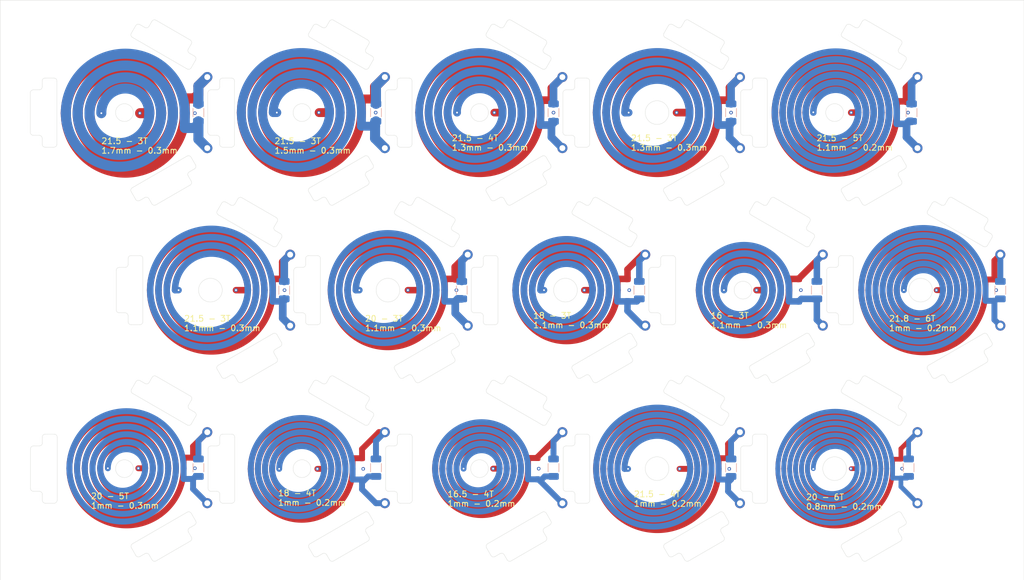
<source format=kicad_pcb>
(kicad_pcb (version 20240108) (generator "pcbnew") (generator_version "8.0")
  (layers (0 "F.Cu" signal) (1 "In1.Cu" signal) (2 "In2.Cu" signal) (31 "B.Cu" signal) (34 "B.Paste" user) (35 "F.Paste" user) (36 "B.SilkS" user "B.Silkscreen") (37 "F.SilkS" user "F.Silkscreen") (38 "B.Mask" user) (39 "F.Mask" user) (44 "Edge.Cuts" user))
  (net 0 "")
  (net 1 "Net-(J1-Pin_1)")
  (net 2 "Net-(J1-Pin_2)")
  (net 3 "Net-(J3-Pin_1)")
  (net 4 "Net-(J3-Pin_2)")
  (net 5 "Net-(J5-Pin_2)")
  (net 6 "Net-(J5-Pin_1)")
  (net 7 "Net-(J7-Pin_2)")
  (net 8 "Net-(J7-Pin_1)")
  (net 9 "Net-(J10-Pin_2)")
  (net 10 "Net-(J10-Pin_1)")
  (net 11 "Net-(J11-Pin_2)")
  (net 12 "Net-(J11-Pin_1)")
  (net 13 "Net-(J13-Pin_2)")
  (net 14 "Net-(J13-Pin_1)")
  (net 15 "Net-(J15-Pin_1)")
  (net 16 "Net-(J15-Pin_2)")
  (net 17 "Net-(J17-Pin_2)")
  (net 18 "Net-(J17-Pin_1)")
  (net 19 "Net-(J19-Pin_2)")
  (net 20 "Net-(J19-Pin_1)")
  (net 21 "Net-(J21-Pin_1)")
  (net 22 "Net-(J21-Pin_2)")
  (net 23 "Net-(J23-Pin_1)")
  (net 24 "Net-(J23-Pin_2)")
  (net 25 "Net-(J25-Pin_2)")
  (net 26 "Net-(J25-Pin_1)")
  (net 27 "Net-(J27-Pin_1)")
  (net 28 "Net-(J27-Pin_2)")
  (net 29 "Net-(J29-Pin_1)")
  (net 30 "Net-(J29-Pin_2)")
  (footprint "Library:Coil_Con" (layer "F.Cu") (at 63 88 90)
    (property "Reference" "J12" (hide yes))
    (property "Value" "Conn_01x02_Socket")
  )
  (footprint "PCB Charging Coil" (layer "F.Cu") (at 94.75 118.1634)
    (property "Reference" "J25" (hide yes))
    (property "Value" "Conn_01x02")
  )
  (footprint "Library:Coil_Con" (layer "F.Cu") (at 183 88 90)
    (property "Reference" "J20" (hide yes))
    (property "Value" "Conn_01x02_Socket")
  )
  (footprint "PCB Charging Coil" (layer "F.Cu") (at 139 88)
    (property "Reference" "J17" (hide yes))
    (property "Value" "Conn_01x02")
  )
  (footprint "PCB Charging Coil" (layer "F.Cu") (at 78.8 88)
    (property "Reference" "J13" (hide yes))
    (property "Value" "Conn_01x02")
  )
  (footprint "PCB Charging Coil" (layer "F.Cu") (at 154.55 58)
    (property "Reference" "J9" (hide yes))
    (property "Value" "Conn_01x02")
  )
  (footprint "Library:Coil_Con" (layer "F.Cu") (at 93 88 90)
    (property "Reference" "J14" (hide yes))
    (property "Value" "Conn_01x02_Socket")
  )
  (footprint "Library:Coil_Con" (layer "F.Cu") (at 109 118 90)
    (property "Reference" "J26" (hide yes))
    (property "Value" "Conn_01x02_Socket")
  )
  (footprint "Library:Coil_Con" (layer "F.Cu") (at 139 58 90)
    (property "Reference" "J8" (hide yes))
    (property "Value" "Conn_01x02_Socket")
  )
  (footprint "PCB Charging Coil" (layer "F.Cu") (at 34.15 58.1)
    (property "Reference" "J1" (hide yes))
    (property "Value" "Conn_01x02")
  )
  (footprint "PCB Charging Coil" (layer "F.Cu") (at 109 88)
    (property "Reference" "J15" (hide yes))
    (property "Value" "Conn_01x02")
  )
  (footprint "PCB Charging Coil" (layer "F.Cu") (at 124.25 58)
    (property "Reference" "J7" (hide yes))
    (property "Value" "Conn_01x02")
  )
  (footprint "PCB Charging Coil" (layer "F.Cu") (at 49 88)
    (property "Reference" "J11" (hide yes))
    (property "Value" "Conn_01x02")
  )
  (footprint "Library:Coil_Con" (layer "F.Cu") (at 49 58 90)
    (property "Reference" "J2" (hide yes))
    (property "Value" "Conn_01x02_Socket")
  )
  (footprint "PCB Charging Coil" (layer "F.Cu") (at 64.35 118.2)
    (property "Reference" "J23" (hide yes))
    (property "Value" "Conn_01x02")
  )
  (footprint "Library:Coil_Con" (layer "F.Cu") (at 79 58 90)
    (property "Reference" "J4" (hide yes))
    (property "Value" "Conn_01x02_Socket")
  )
  (footprint "PCB Charging Coil" (layer "F.Cu") (at 64 58)
    (property "Reference" "J3" (hide yes))
    (property "Value" "Conn_01x02")
  )
  (footprint "Library:Coil_Con" (layer "F.Cu") (at 169 58 90)
    (property "Reference" "J10" (hide yes))
    (property "Value" "Conn_01x02_Socket")
  )
  (footprint "Library:Coil_Con" (layer "F.Cu") (at 79 118 90)
    (property "Reference" "J24" (hide yes))
    (property "Value" "Conn_01x02_Socket")
  )
  (footprint "Library:Coil_Con" (layer "F.Cu") (at 49 118 90)
    (property "Reference" "J22" (hide yes))
    (property "Value" "Conn_01x02_Socket")
  )
  (footprint "Library:Coil_Con" (layer "F.Cu") (at 123 88 90)
    (property "Reference" "J16" (hide yes))
    (property "Value" "Conn_01x02_Socket")
  )
  (footprint "PCB Charging Coil" (layer "F.Cu") (at 124.45 118.2)
    (property "Reference" "J27" (hide yes))
    (property "Value" "Conn_01x02")
  )
  (footprint "PCB Charging Coil" (layer "F.Cu") (at 169.4 88)
    (property "Reference" "J19" (hide yes))
    (property "Value" "Conn_01x02")
  )
  (footprint "Library:Coil_Con" (layer "F.Cu") (at 153 88 90)
    (property "Reference" "J18" (hide yes))
    (property "Value" "Conn_01x02_Socket")
  )
  (footprint "PCB Charging Coil" (layer "F.Cu") (at 34.7 118.1)
    (property "Reference" "J21" (hide yes))
    (property "Value" "Conn_01x02")
  )
  (footprint "Library:Coil_Con" (layer "F.Cu") (at 139 118 90)
    (property "Reference" "J28" (hide yes))
    (property "Value" "Conn_01x02_Socket")
  )
  (footprint "Library:Coil_Con" (layer "F.Cu") (at 109 58 90)
    (property "Reference" "J6" (hide yes))
    (property "Value" "Conn_01x02_Socket")
  )
  (footprint "PCB Charging Coil" (layer "F.Cu") (at 154.6 118.1634)
    (property "Reference" "J29" (hide yes))
    (property "Value" "Conn_01x02")
  )
  (footprint "PCB Charging Coil" (layer "F.Cu") (at 94.25 58)
    (property "Reference" "J5" (hide yes))
    (property "Value" "Conn_01x02")
  )
  (footprint "Library:Coil_Con" (layer "F.Cu") (at 169 118 90)
    (property "Reference" "J30" (hide yes))
    (property "Value" "Conn_01x02_Socket")
  )
  (footprint "Capacitor_SMD:C_1206_3216Metric" (layer "B.Cu") (at 168 58 90)
    (property "Reference" "C5" (hide yes))
    (property "Value" "C")
  )
  (footprint "Capacitor_SMD:C_1206_3216Metric" (layer "B.Cu") (at 167.5 118 90)
    (property "Reference" "C15" (hide yes))
    (property "Value" "C")
  )
  (footprint "Capacitor_SMD:C_1206_3216Metric" (layer "B.Cu") (at 77.5 58 90)
    (property "Reference" "C2" (hide yes))
    (property "Value" "C")
  )
  (footprint "Capacitor_SMD:C_1206_3216Metric" (layer "B.Cu") (at 77.5 118 90)
    (property "Reference" "C12" (hide yes))
    (property "Value" "C")
  )
  (footprint "Capacitor_SMD:C_1206_3216Metric" (layer "B.Cu") (at 107.5 58 90)
    (property "Reference" "C3" (hide yes))
    (property "Value" "C")
  )
  (footprint "Capacitor_SMD:C_1206_3216Metric" (layer "B.Cu") (at 152 88 90)
    (property "Reference" "C9" (hide yes))
    (property "Value" "C")
  )
  (footprint "Capacitor_SMD:C_1206_3216Metric" (layer "B.Cu") (at 137.5 58 90)
    (property "Reference" "C4" (hide yes))
    (property "Value" "C")
  )
  (footprint "Capacitor_SMD:C_1206_3216Metric" (layer "B.Cu") (at 62 88 90)
    (property "Reference" "C6" (hide yes))
    (property "Value" "C")
  )
  (footprint "Capacitor_SMD:C_1206_3216Metric" (layer "B.Cu") (at 137.5 118 90)
    (property "Reference" "C14" (hide yes))
    (property "Value" "C")
  )
  (footprint "Capacitor_SMD:C_1206_3216Metric" (layer "B.Cu") (at 183 88 90)
    (property "Reference" "C10" (hide yes))
    (property "Value" "C")
  )
  (footprint "Capacitor_SMD:C_1206_3216Metric" (layer "B.Cu") (at 107.5 118 90)
    (property "Reference" "C13" (hide yes))
    (property "Value" "C")
  )
  (footprint "Capacitor_SMD:C_1206_3216Metric" (layer "B.Cu") (at 47.5 118 90)
    (property "Reference" "C11" (hide yes))
    (property "Value" "C")
  )
  (footprint "Capacitor_SMD:C_1206_3216Metric" (layer "B.Cu") (at 92 88 90)
    (property "Reference" "C7" (hide yes))
    (property "Value" "C")
  )
  (footprint "Capacitor_SMD:C_1206_3216Metric" (layer "B.Cu") (at 122 88 90)
    (property "Reference" "C8" (hide yes))
    (property "Value" "C")
  )
  (footprint "Capacitor_SMD:C_1206_3216Metric" (layer "B.Cu") (at 47.5 58 90)
    (property "Reference" "C1" (hide yes))
    (property "Value" "C")
  )
  (gr_line (start 165.809768 68.700411) (end 166.309713 69.566342) (stroke (width 0.05)) (layer "Edge.Cuts"))
  (gr_arc (start 111.6273 123.999988) (mid 111.273751 123.853541) (end 111.127314 123.499988) (stroke (width 0.05)) (layer "Edge.Cuts"))
  (gr_arc (start 173.004779 102.355051) (mid 173.380414 102.304092) (end 173.691734 102.544928) (stroke (width 0.05)) (layer "Edge.Cuts"))
  (gr_line (start 105.61654 110.783223) (end 96.376781 105.448646) (stroke (width 0.05)) (layer "Edge.Cuts"))
  (gr_arc (start 155.652262 83.6612) (mid 155.505797 84.014797) (end 155.1522 84.161261) (stroke (width 0.05)) (layer "Edge.Cuts"))
  (gr_line (start 70.326956 42.388193) (end 76.107877 45.725829) (stroke (width 0.05)) (layer "Edge.Cuts"))
  (gr_line (start 157.643555 93.836588) (end 156.1523 93.836588) (stroke (width 0.05)) (layer "Edge.Cuts"))
  (gr_arc (start 50.5953 61.836588) (mid 50.946353 61.980547) (end 51.095262 62.34367) (stroke (width 0.05)) (layer "Edge.Cuts"))
  (gr_line (start 106.826696 67.51748) (end 105.95547 68.020483) (stroke (width 0.05)) (layer "Edge.Cuts"))
  (gr_arc (start 35.1203 91.836588) (mid 35.471353 91.980547) (end 35.620262 92.34367) (stroke (width 0.05)) (layer "Edge.Cuts"))
  (gr_line (start 154.157767 84.161293) (end 155.1522 84.161293) (stroke (width 0.05)) (layer "Edge.Cuts"))
  (gr_arc (start 60.802712 99.566342) (mid 60.852674 99.945841) (end 60.619655 100.249513) (stroke (width 0.05)) (layer "Edge.Cuts"))
  (gr_line (start 109.632767 114.324693) (end 110.6272 114.324693) (stroke (width 0.05)) (layer "Edge.Cuts"))
  (gr_line (start 83.086555 63.836588) (end 81.5953 63.836588) (stroke (width 0.05)) (layer "Edge.Cuts"))
  (gr_line (start 136.289057 46.411892) (end 135.79089 47.274743) (stroke (width 0.05)) (layer "Edge.Cuts"))
  (gr_line (start 45.973951 47.957898) (end 46.839871 48.457837) (stroke (width 0.05)) (layer "Edge.Cuts"))
  (gr_line (start 107.054891 109.304254) (end 106.304955 110.603182) (stroke (width 0.05)) (layer "Edge.Cuts"))
  (gr_arc (start 166.005951 108.121298) (mid 165.772942 107.817636) (end 165.822903 107.438153) (stroke (width 0.05)) (layer "Edge.Cuts"))
  (gr_line (start 113.086555 63.836588) (end 111.5953 63.836588) (stroke (width 0.05)) (layer "Edge.Cuts"))
  (gr_line (start 68.479779 132.51845) (end 67.613804 133.01842) (stroke (width 0.05)) (layer "Edge.Cuts"))
  (gr_arc (start 70.345742 133.750517) (mid 69.966364 133.800441) (end 69.662831 133.567446) (stroke (width 0.05)) (layer "Edge.Cuts"))
  (gr_arc (start 36.14862 71.372824) (mid 36.099709 70.989763) (end 36.338313 70.686199) (stroke (width 0.05)) (layer "Edge.Cuts"))
  (gr_line (start 111.632767 112.324693) (end 113.1273 112.324693) (stroke (width 0.05)) (layer "Edge.Cuts"))
  (gr_arc (start 98.479779 132.518451) (mid 98.855414 132.467492) (end 99.166734 132.708328) (stroke (width 0.05)) (layer "Edge.Cuts"))
  (gr_arc (start 141.6273 123.999988) (mid 141.273751 123.853541) (end 141.127314 123.499988) (stroke (width 0.05)) (layer "Edge.Cuts"))
  (gr_line (start 110.863313 100.686199) (end 120.101873 95.352314) (stroke (width 0.05)) (layer "Edge.Cuts"))
  (gr_arc (start 172.138804 102.85502) (mid 171.759388 102.904971) (end 171.455782 102.672003) (stroke (width 0.05)) (layer "Edge.Cuts"))
  (gr_arc (start 125.1203 91.836588) (mid 125.471353 91.980547) (end 125.620262 92.34367) (stroke (width 0.05)) (layer "Edge.Cuts"))
  (gr_line (start 139.127262 121.499988) (end 139.127262 114.8246) (stroke (width 0.05)) (layer "Edge.Cuts"))
  (gr_arc (start 127.613804 133.01842) (mid 127.234388 133.068371) (end 126.930782 132.835403) (stroke (width 0.05)) (layer "Edge.Cuts"))
  (gr_line (start 66.125767 82.161293) (end 67.6203 82.161293) (stroke (width 0.05)) (layer "Edge.Cuts"))
  (gr_arc (start 140.6273 121.999988) (mid 140.978353 122.143947) (end 141.127262 122.50707) (stroke (width 0.05)) (layer "Edge.Cuts"))
  (gr_line (start 129.143912 43.437057) (end 129.643789 42.571244) (stroke (width 0.05)) (layer "Edge.Cuts"))
  (gr_arc (start 150.797955 80.439782) (mid 150.491352 80.673589) (end 150.10954 80.619823) (stroke (width 0.05)) (layer "Edge.Cuts"))
  (gr_line (start 120.10954 80.619823) (end 110.869781 75.285246) (stroke (width 0.05)) (layer "Edge.Cuts"))
  (gr_arc (start 75.809768 128.863811) (mid 75.759038 128.487324) (end 75.98747 128.183883) (stroke (width 0.05)) (layer "Edge.Cuts"))
  (gr_line (start 156.157767 82.161293) (end 157.6523 82.161293) (stroke (width 0.05)) (layer "Edge.Cuts"))
  (gr_line (start 139.632767 114.324693) (end 140.6272 114.324693) (stroke (width 0.05)) (layer "Edge.Cuts"))
  (gr_line (start 76.291826 125.698761) (end 77.04173 126.997632) (stroke (width 0.05)) (layer "Edge.Cuts"))
  (gr_arc (start 113.668912 73.437057) (mid 113.365239 73.670073) (end 112.985744 73.62011) (stroke (width 0.05)) (layer "Edge.Cuts"))
  (gr_line (start 123.620262 91.336588) (end 123.620262 84.6612) (stroke (width 0.05)) (layer "Edge.Cuts"))
  (gr_line (start 46.291826 125.698761) (end 47.04173 126.997632) (stroke (width 0.05)) (layer "Edge.Cuts"))
  (gr_arc (start 158.152262 93.3365) (mid 158.002734 93.693176) (end 157.643555 93.836588) (stroke (width 0.05)) (layer "Edge.Cuts"))
  (gr_line (start 90.302768 98.700411) (end 90.802713 99.566342) (stroke (width 0.05)) (layer "Edge.Cuts"))
  (gr_line (start 100.326956 42.388193) (end 106.107877 45.725829) (stroke (width 0.05)) (layer "Edge.Cuts"))
  (gr_line (start 39.175912 103.600457) (end 39.675789 102.734644) (stroke (width 0.05)) (layer "Edge.Cuts"))
  (gr_line (start 125.620262 93.336588) (end 125.620262 92.34367) (stroke (width 0.05)) (layer "Edge.Cuts"))
  (gr_line (start 110.6273 121.999988) (end 109.6273 121.999988) (stroke (width 0.05)) (layer "Edge.Cuts"))
  (gr_arc (start 76.272955 50.439782) (mid 75.966352 50.673589) (end 75.58454 50.619823) (stroke (width 0.05)) (layer "Edge.Cuts"))
  (gr_line (start 136.321057 106.575292) (end 135.82289 107.438143) (stroke (width 0.05)) (layer "Edge.Cuts"))
  (gr_line (start 50.5953 61.836588) (end 49.5953 61.836588) (stroke (width 0.05)) (layer "Edge.Cuts"))
  (gr_line (start 21.127262 123.499988) (end 21.127262 122.50707) (stroke (width 0.05)) (layer "Edge.Cuts"))
  (gr_line (start 96.165713 44.595448) (end 96.911748 43.303277) (stroke (width 0.05)) (layer "Edge.Cuts"))
  (gr_arc (start 99.675789 102.734644) (mid 99.979462 102.501627) (end 100.358958 102.55159) (stroke (width 0.05)) (layer "Edge.Cuts"))
  (gr_arc (start 166.005951 47.957898) (mid 165.772942 47.654235) (end 165.822904 47.27475) (stroke (width 0.05)) (layer "Edge.Cuts"))
  (gr_arc (start 51.095262 53.6612) (mid 50.948797 54.014797) (end 50.5952 54.161261) (stroke (width 0.05)) (layer "Edge.Cuts"))
  (gr_arc (start 65.1203 91.836588) (mid 65.471353 91.980547) (end 65.620262 92.34367) (stroke (width 0.05)) (layer "Edge.Cuts"))
  (gr_line (start 127.626841 103.283617) (end 128.492728 103.783537) (stroke (width 0.05)) (layer "Edge.Cuts"))
  (gr_line (start 23.595262 52.668008) (end 23.595262 63.3365) (stroke (width 0.05)) (layer "Edge.Cuts"))
  (gr_arc (start 170.901781 75.285246) (mid 170.667804 74.977843) (end 170.722713 74.595448) (stroke (width 0.05)) (layer "Edge.Cuts"))
  (gr_arc (start 50.869781 75.285246) (mid 50.635804 74.977843) (end 50.690713 74.595448) (stroke (width 0.05)) (layer "Edge.Cuts"))
  (gr_line (start 160.358956 102.551593) (end 166.139877 105.889229) (stroke (width 0.05)) (layer "Edge.Cuts"))
  (gr_line (start 150.784826 95.535361) (end 151.53473 96.834232) (stroke (width 0.05)) (layer "Edge.Cuts"))
  (gr_arc (start 126.18062 131.536224) (mid 126.131709 131.153163) (end 126.370313 130.849599) (stroke (width 0.05)) (layer "Edge.Cuts"))
  (gr_line (start 135.777768 68.700411) (end 136.277713 69.566342) (stroke (width 0.05)) (layer "Edge.Cuts"))
  (gr_line (start 61.351697 97.51748) (end 60.491146 98.014319) (stroke (width 0.05)) (layer "Edge.Cuts"))
  (gr_arc (start 173.700912 73.437057) (mid 173.397239 73.670073) (end 173.017744 73.62011) (stroke (width 0.05)) (layer "Edge.Cuts"))
  (gr_arc (start 113.595262 63.3365) (mid 113.445734 63.693176) (end 113.086555 63.836588) (stroke (width 0.05)) (layer "Edge.Cuts"))
  (gr_line (start 54.155768 103.404083) (end 53.659734 102.544928) (stroke (width 0.05)) (layer "Edge.Cuts"))
  (gr_arc (start 53.595262 63.3365) (mid 53.445734 63.693176) (end 53.086555 63.836588) (stroke (width 0.05)) (layer "Edge.Cuts"))
  (gr_arc (start 110.67362 101.372824) (mid 110.624701 100.989793) (end 110.863313 100.686199) (stroke (width 0.05)) (layer "Edge.Cuts"))
  (gr_line (start 75.809768 128.863811) (end 76.309713 129.729742) (stroke (width 0.05)) (layer "Edge.Cuts"))
  (gr_line (start 143.668912 73.437057) (end 144.168789 72.571244) (stroke (width 0.05)) (layer "Edge.Cuts"))
  (gr_line (start 38.447779 72.35505) (end 37.581804 72.85502) (stroke (width 0.05)) (layer "Edge.Cuts"))
  (gr_arc (start 113.627262 123.4999) (mid 113.477734 123.856576) (end 113.118555 123.999988) (stroke (width 0.05)) (layer "Edge.Cuts"))
  (gr_line (start 79.127262 121.499988) (end 79.127262 114.8246) (stroke (width 0.05)) (layer "Edge.Cuts"))
  (gr_arc (start 180.664877 75.725829) (mid 180.898298 76.031211) (end 180.846057 76.411892) (stroke (width 0.05)) (layer "Edge.Cuts"))
  (gr_line (start 47.054891 109.304254) (end 46.304955 110.603182) (stroke (width 0.05)) (layer "Edge.Cuts"))
  (gr_arc (start 136.309712 129.729742) (mid 136.359674 130.109241) (end 136.126655 130.412913) (stroke (width 0.05)) (layer "Edge.Cuts"))
  (gr_line (start 83.118555 123.999988) (end 81.6273 123.999988) (stroke (width 0.05)) (layer "Edge.Cuts"))
  (gr_line (start 98.447779 72.35505) (end 97.581804 72.85502) (stroke (width 0.05)) (layer "Edge.Cuts"))
  (gr_arc (start 96.1203 93.836588) (mid 95.766751 93.690141) (end 95.620314 93.336588) (stroke (width 0.05)) (layer "Edge.Cuts"))
  (gr_line (start 77.022891 49.140854) (end 76.272955 50.439782) (stroke (width 0.05)) (layer "Edge.Cuts"))
  (gr_line (start 113.118555 123.999988) (end 111.6273 123.999988) (stroke (width 0.05)) (layer "Edge.Cuts"))
  (gr_arc (start 158.479779 132.518451) (mid 158.855414 132.467492) (end 159.166734 132.708328) (stroke (width 0.05)) (layer "Edge.Cuts"))
  (gr_arc (start 66.344781 45.285246) (mid 66.110804 44.977843) (end 66.165713 44.595448) (stroke (width 0.05)) (layer "Edge.Cuts"))
  (gr_arc (start 156.1523 93.836588) (mid 155.798751 93.690141) (end 155.652314 93.336588) (stroke (width 0.05)) (layer "Edge.Cuts"))
  (gr_arc (start 120.632877 75.725829) (mid 120.866298 76.031211) (end 120.814057 76.411892) (stroke (width 0.05)) (layer "Edge.Cuts"))
  (gr_line (start 76.289057 46.411892) (end 75.790889 47.274744) (stroke (width 0.05)) (layer "Edge.Cuts"))
  (gr_arc (start 166.309712 69.566342) (mid 166.359674 69.945841) (end 166.126655 70.249513) (stroke (width 0.05)) (layer "Edge.Cuts"))
  (gr_line (start 70.358956 102.551593) (end 76.139877 105.889229) (stroke (width 0.05)) (layer "Edge.Cuts"))
  (gr_line (start 105.809768 128.863811) (end 106.309713 129.729742) (stroke (width 0.05)) (layer "Edge.Cuts"))
  (gr_line (start 156.197713 104.758848) (end 156.943748 103.466677) (stroke (width 0.05)) (layer "Edge.Cuts"))
  (gr_arc (start 90.797955 80.439782) (mid 90.491352 80.673589) (end 90.10954 80.619823) (stroke (width 0.05)) (layer "Edge.Cuts"))
  (gr_line (start 46.094668 70.249536) (end 40.313742 73.587118) (stroke (width 0.05)) (layer "Edge.Cuts"))
  (gr_arc (start 49.095262 54.6612) (mid 49.243664 54.305728) (end 49.600767 54.161293) (stroke (width 0.05)) (layer "Edge.Cuts"))
  (gr_arc (start 91.364871 78.457837) (mid 91.597815 78.761433) (end 91.547834 79.140821) (stroke (width 0.05)) (layer "Edge.Cuts"))
  (gr_line (start 137.054891 109.304254) (end 136.304955 110.603182) (stroke (width 0.05)) (layer "Edge.Cuts"))
  (gr_arc (start 45.608873 125.515715) (mid 45.988242 125.465797) (end 46.291759 125.698801) (stroke (width 0.05)) (layer "Edge.Cuts"))
  (gr_arc (start 126.344781 45.285246) (mid 126.110804 44.977843) (end 126.165713 44.595448) (stroke (width 0.05)) (layer "Edge.Cuts"))
  (gr_circle (center 65 118.1634) (end 66.5 118.1634) (stroke (width 0.05)) (fill none) (layer "Edge.Cuts"))
  (gr_arc (start 106.304955 110.603182) (mid 105.998352 110.836989) (end 105.61654 110.783223) (stroke (width 0.05)) (layer "Edge.Cuts"))
  (gr_line (start 121.547891 79.140854) (end 120.797955 80.439782) (stroke (width 0.05)) (layer "Edge.Cuts"))
  (gr_line (start 170.722713 74.595448) (end 171.468748 73.303277) (stroke (width 0.05)) (layer "Edge.Cuts"))
  (gr_arc (start 83.1273 112.324693) (mid 83.483222 112.473521) (end 83.627262 112.831408) (stroke (width 0.05)) (layer "Edge.Cuts"))
  (gr_arc (start 150.302768 98.700411) (mid 150.252038 98.323924) (end 150.48047 98.020483) (stroke (width 0.05)) (layer "Edge.Cuts"))
  (gr_arc (start 66.376781 105.448646) (mid 66.142804 105.141243) (end 66.197713 104.758848) (stroke (width 0.05)) (layer "Edge.Cuts"))
  (gr_line (start 136.858697 127.68088) (end 135.998146 128.177719) (stroke (width 0.05)) (layer "Edge.Cuts"))
  (gr_arc (start 120.101873 95.352315) (mid 120.481242 95.302397) (end 120.784759 95.535401) (stroke (width 0.05)) (layer "Edge.Cuts"))
  (gr_arc (start 127.581804 72.85502) (mid 127.202388 72.904971) (end 126.898782 72.672003) (stroke (width 0.05)) (layer "Edge.Cuts"))
  (gr_line (start 76.005951 108.121298) (end 76.871871 108.621237) (stroke (width 0.05)) (layer "Edge.Cuts"))
  (gr_arc (start 79.6273 121.999988) (mid 79.273751 121.853541) (end 79.127314 121.499988) (stroke (width 0.05)) (layer "Edge.Cuts"))
  (gr_line (start 141.127262 123.499988) (end 141.127262 122.50707) (stroke (width 0.05)) (layer "Edge.Cuts"))
  (gr_arc (start 23.0953 52.161293) (mid 23.451222 52.310121) (end 23.595262 52.668008) (stroke (width 0.05)) (layer "Edge.Cuts"))
  (gr_arc (start 143.1273 112.324693) (mid 143.483222 112.473521) (end 143.627262 112.831408) (stroke (width 0.05)) (layer "Edge.Cuts"))
  (gr_line (start 36.930721 132.835438) (end 36.180619 131.536224) (stroke (width 0.05)) (layer "Edge.Cuts"))
  (gr_arc (start 126.911748 43.303277) (mid 127.215379 43.070293) (end 127.594823 43.120249) (stroke (width 0.05)) (layer "Edge.Cuts"))
  (gr_line (start 69.143912 43.437057) (end 69.643789 42.571244) (stroke (width 0.05)) (layer "Edge.Cuts"))
  (gr_arc (start 110.5953 61.836588) (mid 110.946353 61.980547) (end 111.095262 62.34367) (stroke (width 0.05)) (layer "Edge.Cuts"))
  (gr_line (start 51.095262 53.6612) (end 51.095262 52.6612) (stroke (width 0.05)) (layer "Edge.Cuts"))
  (gr_arc (start 157.613804 133.01842) (mid 157.234388 133.068371) (end 156.930782 132.835403) (stroke (width 0.05)) (layer "Edge.Cuts"))
  (gr_line (start 69.662768 133.567483) (end 69.166734 132.708328) (stroke (width 0.05)) (layer "Edge.Cuts"))
  (gr_arc (start 81.127262 112.8246) (mid 81.275664 112.469128) (end 81.632767 112.324693) (stroke (width 0.05)) (layer "Edge.Cuts"))
  (gr_arc (start 141.127262 113.8246) (mid 140.980797 114.178197) (end 140.6272 114.324661) (stroke (width 0.05)) (layer "Edge.Cuts"))
  (gr_arc (start 121.364871 78.457837) (mid 121.597815 78.761433) (end 121.547834 79.140821) (stroke (width 0.05)) (layer "Edge.Cuts"))
  (gr_arc (start 150.498951 77.957898) (mid 150.265942 77.654235) (end 150.315904 77.27475) (stroke (width 0.05)) (layer "Edge.Cuts"))
  (gr_arc (start 141.6273 63.836588) (mid 141.273751 63.690141) (end 141.127314 63.336588) (stroke (width 0.05)) (layer "Edge.Cuts"))
  (gr_arc (start 166.304955 50.439782) (mid 165.998352 50.673589) (end 165.61654 50.619823) (stroke (width 0.05)) (layer "Edge.Cuts"))
  (gr_line (start 68.120262 82.668008) (end 68.120262 93.3365) (stroke (width 0.05)) (layer "Edge.Cuts"))
  (gr_line (start 75.973951 47.957898) (end 76.839871 48.457837) (stroke (width 0.05)) (layer "Edge.Cuts"))
  (gr_arc (start 130.345742 133.750517) (mid 129.966364 133.800441) (end 129.662831 133.567446) (stroke (width 0.05)) (layer "Edge.Cuts"))
  (gr_arc (start 126.943748 103.466677) (mid 127.247379 103.233693) (end 127.626823 103.283649) (stroke (width 0.05)) (layer "Edge.Cuts"))
  (gr_line (start 180.334768 98.700411) (end 180.834713 99.566342) (stroke (width 0.05)) (layer "Edge.Cuts"))
  (gr_arc (start 166.139877 105.889229) (mid 166.373298 106.194611) (end 166.321057 106.575292) (stroke (width 0.05)) (layer "Edge.Cuts"))
  (gr_arc (start 123.620262 84.6612) (mid 123.768664 84.305728) (end 124.125767 84.161293) (stroke (width 0.05)) (layer "Edge.Cuts"))
  (gr_arc (start 112.972779 102.355051) (mid 113.348414 102.304092) (end 113.659734 102.544928) (stroke (width 0.05)) (layer "Edge.Cuts"))
  (gr_line (start 166.291826 125.698761) (end 167.04173 126.997632) (stroke (width 0.05)) (layer "Edge.Cuts"))
  (gr_arc (start 156.18062 71.372824) (mid 156.131709 70.989763) (end 156.370313 70.686199) (stroke (width 0.05)) (layer "Edge.Cuts"))
  (gr_line (start 21.600767 52.161293) (end 23.0953 52.161293) (stroke (width 0.05)) (layer "Edge.Cuts"))
  (gr_line (start 126.165713 44.595448) (end 126.911748 43.303277) (stroke (width 0.05)) (layer "Edge.Cuts"))
  (gr_arc (start 166.304955 110.603182) (mid 165.998352 110.836989) (end 165.61654 110.783223) (stroke (width 0.05)) (layer "Edge.Cuts"))
  (gr_arc (start 96.376781 105.448646) (mid 96.142804 105.141243) (end 96.197713 104.758848) (stroke (width 0.05)) (layer "Edge.Cuts"))
  (gr_arc (start 35.620262 83.6612) (mid 35.473797 84.014797) (end 35.1202 84.161261) (stroke (width 0.05)) (layer "Edge.Cuts"))
  (gr_arc (start 159.175912 103.600457) (mid 158.872239 103.833473) (end 158.492744 103.78351) (stroke (width 0.05)) (layer "Edge.Cuts"))
  (gr_line (start 106.289057 46.411892) (end 105.79089 47.274743) (stroke (width 0.05)) (layer "Edge.Cuts"))
  (gr_line (start 126.338313 70.686199) (end 135.576873 65.352314) (stroke (width 0.05)) (layer "Edge.Cuts"))
  (gr_arc (start 19.6273 121.999988) (mid 19.273751 121.853541) (end 19.127314 121.499988) (stroke (width 0.05)) (layer "Edge.Cuts"))
  (gr_arc (start 165.809768 68.700411) (mid 165.759027 68.323964) (end 165.998146 68.014319) (stroke (width 0.05)) (layer "Edge.Cuts"))
  (gr_line (start 49.095262 61.336588) (end 49.095262 54.6612) (stroke (width 0.05)) (layer "Edge.Cuts"))
  (gr_line (start 143.118555 63.836588) (end 141.6273 63.836588) (stroke (width 0.05)) (layer "Edge.Cuts"))
  (gr_line (start 112.972779 102.35505) (end 112.106804 102.85502) (stroke (width 0.05)) (layer "Edge.Cuts"))
  (gr_line (start 80.690713 74.595448) (end 81.436748 73.303277) (stroke (width 0.05)) (layer "Edge.Cuts"))
  (gr_arc (start 135.608873 125.515715) (mid 135.988242 125.465797) (end 136.291759 125.698801) (stroke (width 0.05)) (layer "Edge.Cuts"))
  (gr_line (start 39.143912 43.437057) (end 39.643789 42.571244) (stroke (width 0.05)) (layer "Edge.Cuts"))
  (gr_arc (start 106.309712 129.729742) (mid 106.359674 130.109241) (end 106.126655 130.412913) (stroke (width 0.05)) (layer "Edge.Cuts"))
  (gr_line (start 52.972779 102.35505) (end 52.106804 102.85502) (stroke (width 0.05)) (layer "Edge.Cuts"))
  (gr_line (start 137.022891 49.140854) (end 136.272955 50.439782) (stroke (width 0.05)) (layer "Edge.Cuts"))
  (gr_arc (start 125.620262 82.6612) (mid 125.768664 82.305728) (end 126.125767 82.161293) (stroke (width 0.05)) (layer "Edge.Cuts"))
  (gr_arc (start 135.576873 65.352315) (mid 135.956242 65.302397) (end 136.259759 65.535401) (stroke (width 0.05)) (layer "Edge.Cuts"))
  (gr_line (start 150.498951 77.957898) (end 151.364871 78.457837) (stroke (width 0.05)) (layer "Edge.Cuts"))
  (gr_line (start 35.1203 91.836588) (end 34.1203 91.836588) (stroke (width 0.05)) (layer "Edge.Cuts"))
  (gr_line (start 160.358956 42.388193) (end 166.139877 45.725829) (stroke (width 0.05)) (layer "Edge.Cuts"))
  (gr_line (start 60.784826 95.535361) (end 61.53473 96.834232) (stroke (width 0.05)) (layer "Edge.Cuts"))
  (gr_arc (start 99.143912 43.437057) (mid 98.840239 43.670073) (end 98.460744 43.62011) (stroke (width 0.05)) (layer "Edge.Cuts"))
  (gr_line (start 90.814057 76.411892) (end 90.315889 77.274744) (stroke (width 0.05)) (layer "Edge.Cuts"))
  (gr_arc (start 80.5953 61.836588) (mid 80.946353 61.980547) (end 81.095262 62.34367) (stroke (width 0.05)) (layer "Edge.Cuts"))
  (gr_arc (start 38.479779 132.518451) (mid 38.855414 132.467492) (end 39.166734 132.708328) (stroke (width 0.05)) (layer "Edge.Cuts"))
  (gr_line (start 54.85002 72.387075) (end 60.632877 75.725829) (stroke (width 0.05)) (layer "Edge.Cuts"))
  (gr_line (start 159.662768 73.404083) (end 159.166734 72.544928) (stroke (width 0.05)) (layer "Edge.Cuts"))
  (gr_arc (start 137.009729 66.834232) (mid 137.059694 67.213745) (end 136.826667 67.517429) (stroke (width 0.05)) (layer "Edge.Cuts"))
  (gr_line (start 46.126668 130.412936) (end 40.345742 133.750518) (stroke (width 0.05)) (layer "Edge.Cuts"))
  (gr_arc (start 21.6273 123.999988) (mid 21.273751 123.853541) (end 21.127314 123.499988) (stroke (width 0.05)) (layer "Edge.Cuts"))
  (gr_line (start 106.005951 108.121298) (end 106.871871 108.621237) (stroke (width 0.05)) (layer "Edge.Cuts"))
  (gr_arc (start 21.095262 52.6612) (mid 21.243664 52.305728) (end 21.600767 52.161293) (stroke (width 0.05)) (layer "Edge.Cuts"))
  (gr_line (start 84.851956 72.388193) (end 90.632877 75.725829) (stroke (width 0.05)) (layer "Edge.Cuts"))
  (gr_arc (start 46.277712 69.566342) (mid 46.327674 69.945841) (end 46.094655 70.249513) (stroke (width 0.05)) (layer "Edge.Cuts"))
  (gr_line (start 65.620262 83.6612) (end 65.620262 82.6612) (stroke (width 0.05)) (layer "Edge.Cuts"))
  (gr_arc (start 156.376781 105.448646) (mid 156.142804 105.141243) (end 156.197713 104.758848) (stroke (width 0.05)) (layer "Edge.Cuts"))
  (gr_line (start 66.165713 44.595448) (end 66.911748 43.303277) (stroke (width 0.05)) (layer "Edge.Cuts"))
  (gr_arc (start 47.041729 126.997632) (mid 47.091694 127.377144) (end 46.858668 127.680828) (stroke (width 0.05)) (layer "Edge.Cuts"))
  (gr_arc (start 54.168789 72.571244) (mid 54.473542 72.337939) (end 54.85002 72.387075) (stroke (width 0.05)) (layer "Edge.Cuts"))
  (gr_circle (center 65 58) (end 66.5 58) (stroke (width 0.05)) (fill none) (layer "Edge.Cuts"))
  (gr_line (start 151.351696 97.51748) (end 150.48047 98.020483) (stroke (width 0.05)) (layer "Edge.Cuts"))
  (gr_line (start 111.095262 53.6612) (end 111.095262 52.6612) (stroke (width 0.05)) (layer "Edge.Cuts"))
  (gr_arc (start 137.041729 126.997632) (mid 137.091694 127.377144) (end 136.858668 127.680828) (stroke (width 0.05)) (layer "Edge.Cuts"))
  (gr_line (start 21.632767 112.324693) (end 23.1273 112.324693) (stroke (width 0.05)) (layer "Edge.Cuts"))
  (gr_arc (start 139.127262 54.6612) (mid 139.275664 54.305728) (end 139.632767 54.161293) (stroke (width 0.05)) (layer "Edge.Cuts"))
  (gr_line (start 45.809768 128.863811) (end 46.309713 129.729742) (stroke (width 0.05)) (layer "Edge.Cuts"))
  (gr_arc (start 45.973951 47.957898) (mid 45.740942 47.654235) (end 45.790904 47.27475) (stroke (width 0.05)) (layer "Edge.Cuts"))
  (gr_arc (start 68.120262 93.3365) (mid 67.970734 93.693176) (end 67.611555 93.836588) (stroke (width 0.05)) (layer "Edge.Cuts"))
  (gr_arc (start 106.107877 45.725829) (mid 106.341298 46.031211) (end 106.289057 46.411892) (stroke (width 0.05)) (layer "Edge.Cuts"))
  (gr_line (start 21.095262 53.6612) (end 21.095262 52.6612) (stroke (width 0.05)) (layer "Edge.Cuts"))
  (gr_arc (start 126.14862 71.372824) (mid 126.099701 70.989793) (end 126.338313 70.686199) (stroke (width 0.05)) (layer "Edge.Cuts"))
  (gr_line (start 37.611555 93.836588) (end 36.1203 93.836588) (stroke (width 0.05)) (layer "Edge.Cuts"))
  (gr_line (start 106.858697 127.68088) (end 105.998146 128.177719) (stroke (width 0.05)) (layer "Edge.Cuts"))
  (gr_arc (start 66.18062 131.536224) (mid 66.131701 131.153193) (end 66.370313 130.849599) (stroke (width 0.05)) (layer "Edge.Cuts"))
  (gr_arc (start 141.436748 73.303277) (mid 141.740379 73.070293) (end 142.119823 73.120249) (stroke (width 0.05)) (layer "Edge.Cuts"))
  (gr_line (start 136.826696 67.51748) (end 135.95547 68.020483) (stroke (width 0.05)) (layer "Edge.Cuts"))
  (gr_arc (start 165.809768 128.863811) (mid 165.759038 128.487324) (end 165.98747 128.183883) (stroke (width 0.05)) (layer "Edge.Cuts"))
  (gr_line (start 143.627262 112.831408) (end 143.627262 123.4999) (stroke (width 0.05)) (layer "Edge.Cuts"))
  (gr_line (start 52.119841 73.120217) (end 52.985728 73.620137) (stroke (width 0.05)) (layer "Edge.Cuts"))
  (gr_arc (start 76.309712 129.729742) (mid 76.359674 130.109241) (end 76.126655 130.412914) (stroke (width 0.05)) (layer "Edge.Cuts"))
  (gr_line (start 113.595262 52.668008) (end 113.595262 63.3365) (stroke (width 0.05)) (layer "Edge.Cuts"))
  (gr_line (start 111.423721 102.672038) (end 110.673619 101.372824) (stroke (width 0.05)) (layer "Edge.Cuts"))
  (gr_line (start 159.175912 103.600457) (end 159.675789 102.734644) (stroke (width 0.05)) (layer "Edge.Cuts"))
  (gr_arc (start 142.972779 102.355051) (mid 143.348414 102.304092) (end 143.659734 102.544928) (stroke (width 0.05)) (layer "Edge.Cuts"))
  (gr_arc (start 49.127262 114.8246) (mid 49.275664 114.469128) (end 49.632767 114.324693) (stroke (width 0.05)) (layer "Edge.Cuts"))
  (gr_arc (start 66.911748 43.303277) (mid 67.215379 43.070293) (end 67.594823 43.120249) (stroke (width 0.05)) (layer "Edge.Cuts"))
  (gr_line (start 96.370313 130.849599) (end 105.608873 125.515714) (stroke (width 0.05)) (layer "Edge.Cuts"))
  (gr_arc (start 67.613804 133.01842) (mid 67.234388 133.068371) (end 66.930782 132.835403) (stroke (width 0.05)) (layer "Edge.Cuts"))
  (gr_line (start 90.498951 77.957898) (end 91.364871 78.457837) (stroke (width 0.05)) (layer "Edge.Cuts"))
  (gr_arc (start 158.479779 72.355051) (mid 158.855414 72.304092) (end 159.166734 72.544928) (stroke (width 0.05)) (layer "Edge.Cuts"))
  (gr_line (start 150.814057 76.411892) (end 150.31589 77.274743) (stroke (width 0.05)) (layer "Edge.Cuts"))
  (gr_arc (start 23.627262 123.4999) (mid 23.477734 123.856576) (end 23.118555 123.999988) (stroke (width 0.05)) (layer "Edge.Cuts"))
  (gr_line (start 80.863313 100.686199) (end 90.101873 95.352314) (stroke (width 0.05)) (layer "Edge.Cuts"))
  (gr_arc (start 159.175912 43.437057) (mid 158.872239 43.670073) (end 158.492744 43.62011) (stroke (width 0.05)) (layer "Edge.Cuts"))
  (gr_line (start 95.1203 91.836588) (end 94.1203 91.836588) (stroke (width 0.05)) (layer "Edge.Cuts"))
  (gr_line (start 19.095262 61.336588) (end 19.095262 54.6612) (stroke (width 0.05)) (layer "Edge.Cuts"))
  (gr_arc (start 80.67362 101.372824) (mid 80.624709 100.989763) (end 80.863313 100.686199) (stroke (width 0.05)) (layer "Edge.Cuts"))
  (gr_arc (start 38.447779 72.355051) (mid 38.823414 72.304092) (end 39.134734 72.544928) (stroke (width 0.05)) (layer "Edge.Cuts"))
  (gr_line (start 166.858697 67.51748) (end 165.998146 68.014319) (stroke (width 0.05)) (layer "Edge.Cuts"))
  (gr_line (start 180.816826 95.535361) (end 181.56673 96.834232) (stroke (width 0.05)) (layer "Edge.Cuts"))
  (gr_line (start 46.289057 46.411892) (end 45.79089 47.274743) (stroke (width 0.05)) (layer "Edge.Cuts"))
  (gr_line (start 60.814057 76.411892) (end 60.31589 77.274743) (stroke (width 0.05)) (layer "Edge.Cuts"))
  (gr_arc (start 94.1203 91.836588) (mid 93.766751 91.690141) (end 93.620314 91.336588) (stroke (width 0.05)) (layer "Edge.Cuts"))
  (gr_arc (start 139.6273 61.836588) (mid 139.273751 61.690141) (end 139.127314 61.336588) (stroke (width 0.05)) (layer "Edge.Cuts"))
  (gr_line (start 126.197713 104.758848) (end 126.943748 103.466677) (stroke (width 0.05)) (layer "Edge.Cuts"))
  (gr_line (start 128.479779 132.51845) (end 127.613804 133.01842) (stroke (width 0.05)) (layer "Edge.Cuts"))
  (gr_line (start 139.632767 54.161293) (end 140.6272 54.161293) (stroke (width 0.05)) (layer "Edge.Cuts"))
  (gr_arc (start 21.127262 112.8246) (mid 21.275664 112.469128) (end 21.632767 112.324693) (stroke (width 0.05)) (layer "Edge.Cuts"))
  (gr_arc (start 81.5953 63.836588) (mid 81.241751 63.690141) (end 81.095314 63.336588) (stroke (width 0.05)) (layer "Edge.Cuts"))
  (gr_line (start 46.259826 65.535361) (end 47.00973 66.834232) (stroke (width 0.05)) (layer "Edge.Cuts"))
  (gr_line (start 50.6273 121.999988) (end 49.6273 121.999988) (stroke (width 0.05)) (layer "Edge.Cuts"))
  (gr_line (start 153.652262 91.336588) (end 153.652262 84.6612) (stroke (width 0.05)) (layer "Edge.Cuts"))
  (gr_arc (start 136.871871 108.621237) (mid 137.104815 108.924833) (end 137.054834 109.304221) (stroke (width 0.05)) (layer "Edge.Cuts"))
  (gr_circle (center 139.525 88) (end 141.025 88) (stroke (width 0.05)) (fill none) (layer "Edge.Cuts"))
  (gr_arc (start 76.107877 45.725829) (mid 76.341298 46.031211) (end 76.289057 46.411892) (stroke (width 0.05)) (layer "Edge.Cuts"))
  (gr_arc (start 105.608873 125.515715) (mid 105.988242 125.465797) (end 106.29176 125.6988) (stroke (width 0.05)) (layer "Edge.Cuts"))
  (gr_line (start 81.095262 63.336588) (end 81.095262 62.34367) (stroke (width 0.05)) (layer "Edge.Cuts"))
  (gr_line (start 180.651668 100.249536) (end 174.870742 103.587118) (stroke (width 0.05)) (layer "Edge.Cuts"))
  (gr_line (start 96.197713 104.758848) (end 96.943748 103.466677) (stroke (width 0.05)) (layer "Edge.Cuts"))
  (gr_arc (start 75.777768 68.700411) (mid 75.727027 68.323964) (end 75.966146 68.014319) (stroke (width 0.05)) (layer "Edge.Cuts"))
  (gr_arc (start 154.1523 91.836588) (mid 153.798751 91.690141) (end 153.652314 91.336588) (stroke (width 0.05)) (layer "Edge.Cuts"))
  (gr_arc (start 99.175912 103.600457) (mid 98.872239 103.833473) (end 98.492744 103.78351) (stroke (width 0.05)) (layer "Edge.Cuts"))
  (gr_line (start 83.668912 73.437057) (end 84.168789 72.571244) (stroke (width 0.05)) (layer "Edge.Cuts"))
  (gr_line (start 99.143912 43.437057) (end 99.643789 42.571244) (stroke (width 0.05)) (layer "Edge.Cuts"))
  (gr_arc (start 167.041729 66.834232) (mid 167.091694 67.213744) (end 166.858668 67.517428) (stroke (width 0.05)) (layer "Edge.Cuts"))
  (gr_line (start 90.10954 80.619823) (end 80.869781 75.285246) (stroke (width 0.05)) (layer "Edge.Cuts"))
  (gr_arc (start 90.802712 99.566342) (mid 90.852674 99.945841) (end 90.619655 100.249513) (stroke (width 0.05)) (layer "Edge.Cuts"))
  (gr_rect (start 14 39) (end 187 137) (stroke (width 0.05)) (fill none) (layer "Edge.Cuts"))
  (gr_arc (start 69.175912 103.600457) (mid 68.872239 103.833473) (end 68.492744 103.78351) (stroke (width 0.05)) (layer "Edge.Cuts"))
  (gr_line (start 165.809768 128.863811) (end 166.309713 129.729742) (stroke (width 0.05)) (layer "Edge.Cuts"))
  (gr_arc (start 159.675789 102.734644) (mid 159.979462 102.501627) (end 160.358958 102.55159) (stroke (width 0.05)) (layer "Edge.Cuts"))
  (gr_line (start 68.447779 72.35505) (end 67.581804 72.85502) (stroke (width 0.05)) (layer "Edge.Cuts"))
  (gr_line (start 53.595262 52.668008) (end 53.595262 63.3365) (stroke (width 0.05)) (layer "Edge.Cuts"))
  (gr_arc (start 52.106804 102.85502) (mid 51.727388 102.904971) (end 51.423782 102.672003) (stroke (width 0.05)) (layer "Edge.Cuts"))
  (gr_line (start 166.126668 130.412936) (end 160.345742 133.750518) (stroke (width 0.05)) (layer "Edge.Cuts"))
  (gr_arc (start 60.302768 98.700411) (mid 60.252027 98.323964) (end 60.491146 98.014319) (stroke (width 0.05)) (layer "Edge.Cuts"))
  (gr_arc (start 135.777768 68.700411) (mid 135.727038 68.323924) (end 135.95547 68.020483) (stroke (width 0.05)) (layer "Edge.Cuts"))
  (gr_line (start 180.846057 76.411892) (end 180.34789 77.274743) (stroke (width 0.05)) (layer "Edge.Cuts"))
  (gr_line (start 76.126668 130.412936) (end 70.345742 133.750518) (stroke (width 0.05)) (layer "Edge.Cuts"))
  (gr_line (start 51.127262 123.499988) (end 51.127262 122.50707) (stroke (width 0.05)) (layer "Edge.Cuts"))
  (gr_line (start 96.898721 72.672038) (end 96.148619 71.372824) (stroke (width 0.05)) (layer "Edge.Cuts"))
  (gr_arc (start 106.272955 50.439782) (mid 105.966352 50.673589) (end 105.58454 50.619823) (stroke (width 0.05)) (layer "Edge.Cuts"))
  (gr_line (start 155.652262 83.6612) (end 155.652262 82.6612) (stroke (width 0.05)) (layer "Edge.Cuts"))
  (gr_arc (start 46.309712 129.729742) (mid 46.359674 130.109241) (end 46.126655 130.412913) (stroke (width 0.05)) (layer "Edge.Cuts"))
  (gr_line (start 107.022891 49.140854) (end 106.272955 50.439782) (stroke (width 0.05)) (layer "Edge.Cuts"))
  (gr_arc (start 120.797955 80.439782) (mid 120.491352 80.673589) (end 120.10954 80.619823) (stroke (width 0.05)) (layer "Edge.Cuts"))
  (gr_line (start 76.858696 127.68088) (end 75.98747 128.183883) (stroke (width 0.05)) (layer "Edge.Cuts"))
  (gr_arc (start 76.839871 48.457837) (mid 77.072815 48.761433) (end 77.022834 49.140821) (stroke (width 0.05)) (layer "Edge.Cuts"))
  (gr_line (start 151.547891 79.140854) (end 150.797955 80.439782) (stroke (width 0.05)) (layer "Edge.Cuts"))
  (gr_line (start 105.777768 68.700411) (end 106.277713 69.566342) (stroke (width 0.05)) (layer "Edge.Cuts"))
  (gr_arc (start 75.576873 65.352315) (mid 75.956242 65.302397) (end 76.259759 65.535401) (stroke (width 0.05)) (layer "Edge.Cuts"))
  (gr_line (start 60.619668 100.249536) (end 54.838742 103.587118) (stroke (width 0.05)) (layer "Edge.Cuts"))
  (gr_line (start 36.125767 82.161293) (end 37.6203 82.161293) (stroke (width 0.05)) (layer "Edge.Cuts"))
  (gr_arc (start 90.302768 98.700411) (mid 90.252027 98.323964) (end 90.491146 98.014319) (stroke (width 0.05)) (layer "Edge.Cuts"))
  (gr_line (start 46.005951 108.121298) (end 46.871871 108.621237) (stroke (width 0.05)) (layer "Edge.Cuts"))
  (gr_circle (center 95 58) (end 96.5 58) (stroke (width 0.05)) (fill none) (layer "Edge.Cuts"))
  (gr_arc (start 79.5953 61.836588) (mid 79.241751 61.690141) (end 79.095314 61.336588) (stroke (width 0.05)) (layer "Edge.Cuts"))
  (gr_arc (start 66.1203 93.836588) (mid 65.766751 93.690141) (end 65.620314 93.336588) (stroke (width 0.05)) (layer "Edge.Cuts"))
  (gr_arc (start 159.675789 42.571244) (mid 159.979462 42.338228) (end 160.358958 42.38819) (stroke (width 0.05)) (layer "Edge.Cuts"))
  (gr_arc (start 66.14862 71.372824) (mid 66.099709 70.989763) (end 66.338313 70.686199) (stroke (width 0.05)) (layer "Edge.Cuts"))
  (gr_arc (start 45.809768 128.863811) (mid 45.759027 128.487364) (end 45.998146 128.177719) (stroke (width 0.05)) (layer "Edge.Cuts"))
  (gr_arc (start 52.972779 102.355051) (mid 53.348414 102.304092) (end 53.659734 102.544928) (stroke (width 0.05)) (layer "Edge.Cuts"))
  (gr_line (start 167.054891 109.304254) (end 166.304955 110.603182) (stroke (width 0.05)) (layer "Edge.Cuts"))
  (gr_arc (start 166.139877 45.725829) (mid 166.373298 46.031211) (end 166.321057 46.411892) (stroke (width 0.05)) (layer "Edge.Cuts"))
  (gr_arc (start 76.304955 110.603182) (mid 75.998352 110.836989) (end 75.61654 110.783223) (stroke (width 0.05)) (layer "Edge.Cuts"))
  (gr_arc (start 39.643789 42.571244) (mid 39.948542 42.337939) (end 40.326956 42.388193) (stroke (width 0.05)) (layer "Edge.Cuts"))
  (gr_arc (start 165.608873 125.515715) (mid 165.988242 125.465797) (end 166.291759 125.698801) (stroke (width 0.05)) (layer "Edge.Cuts"))
  (gr_arc (start 128.447779 72.355051) (mid 128.823414 72.304092) (end 129.134734 72.544928) (stroke (width 0.05)) (layer "Edge.Cuts"))
  (gr_arc (start 69.143912 43.437057) (mid 68.840239 43.670073) (end 68.460744 43.62011) (stroke (width 0.05)) (layer "Edge.Cuts"))
  (gr_arc (start 68.479779 132.518451) (mid 68.855414 132.467492) (end 69.166734 132.708328) (stroke (width 0.05)) (layer "Edge.Cuts"))
  (gr_line (start 45.61654 110.783223) (end 36.376781 105.448646) (stroke (width 0.05)) (layer "Edge.Cuts"))
  (gr_line (start 106.291826 125.698761) (end 107.04173 126.997632) (stroke (width 0.05)) (layer "Edge.Cuts"))
  (gr_arc (start 97.613804 133.01842) (mid 97.234388 133.068371) (end 96.930782 132.835403) (stroke (width 0.05)) (layer "Edge.Cuts"))
  (gr_circle (center 49.525 88) (end 51.525 88) (stroke (width 0.05)) (fill none) (layer "Edge.Cuts"))
  (gr_arc (start 106.139877 105.889229) (mid 106.373298 106.194611) (end 106.321057 106.575292) (stroke (width 0.05)) (layer "Edge.Cuts"))
  (gr_arc (start 93.620262 84.6612) (mid 93.768664 84.305728) (end 94.125767 84.161293) (stroke (width 0.05)) (layer "Edge.Cuts"))
  (gr_arc (start 139.6273 121.999988) (mid 139.273751 121.853541) (end 139.127314 121.499988) (stroke (width 0.05)) (layer "Edge.Cuts"))
  (gr_arc (start 143.627262 123.4999) (mid 143.477734 123.856576) (end 143.118555 123.999988) (stroke (width 0.05)) (layer "Edge.Cuts"))
  (gr_line (start 174.187768 103.404083) (end 173.691734 102.544928) (stroke (width 0.05)) (layer "Edge.Cuts"))
  (gr_arc (start 98.120262 93.3365) (mid 97.970734 93.693176) (end 97.611555 93.836588) (stroke (width 0.05)) (layer "Edge.Cuts"))
  (gr_arc (start 181.396871 78.457837) (mid 181.629815 78.761433) (end 181.579834 79.140821) (stroke (width 0.05)) (layer "Edge.Cuts"))
  (gr_line (start 79.632767 114.324693) (end 80.6272 114.324693) (stroke (width 0.05)) (layer "Edge.Cuts"))
  (gr_arc (start 180.530951 77.957898) (mid 180.297942 77.654235) (end 180.347904 77.27475) (stroke (width 0.05)) (layer "Edge.Cuts"))
  (gr_line (start 36.197713 104.758848) (end 36.943748 103.466677) (stroke (width 0.05)) (layer "Edge.Cuts"))
  (gr_line (start 46.858697 127.68088) (end 45.998146 128.177719) (stroke (width 0.05)) (layer "Edge.Cuts"))
  (gr_line (start 106.321057 106.575292) (end 105.822889 107.438144) (stroke (width 0.05)) (layer "Edge.Cuts"))
  (gr_arc (start 110.6273 121.999988) (mid 110.978353 122.143947) (end 111.127262 122.50707) (stroke (width 0.05)) (layer "Edge.Cuts"))
  (gr_line (start 66.898721 72.672038) (end 66.148619 71.372824) (stroke (width 0.05)) (layer "Edge.Cuts"))
  (gr_arc (start 114.838742 103.587117) (mid 114.459364 103.637041) (end 114.155831 103.404046) (stroke (width 0.05)) (layer "Edge.Cuts"))
  (gr_line (start 60.498951 77.957898) (end 61.364871 78.457837) (stroke (width 0.05)) (layer "Edge.Cuts"))
  (gr_line (start 36.165713 44.595448) (end 36.911748 43.303277) (stroke (width 0.05)) (layer "Edge.Cuts"))
  (gr_arc (start 142.106804 102.85502) (mid 141.727388 102.904971) (end 141.423782 102.672003) (stroke (width 0.05)) (layer "Edge.Cuts"))
  (gr_arc (start 155.652262 82.6612) (mid 155.800664 82.305728) (end 156.157767 82.161293) (stroke (width 0.05)) (layer "Edge.Cuts"))
  (gr_arc (start 144.168789 72.571244) (mid 144.472462 72.338228) (end 144.851958 72.38819) (stroke (width 0.05)) (layer "Edge.Cuts"))
  (gr_arc (start 180.829955 80.439782) (mid 180.523352 80.673589) (end 180.14154 80.619823) (stroke (width 0.05)) (layer "Edge.Cuts"))
  (gr_arc (start 80.6273 121.999988) (mid 80.978353 122.143947) (end 81.127262 122.50707) (stroke (width 0.05)) (layer "Edge.Cuts"))
  (gr_arc (start 33.620262 84.6612) (mid 33.768664 84.305728) (end 34.125767 84.161293) (stroke (width 0.05)) (layer "Edge.Cuts"))
  (gr_line (start 36.370313 130.849599) (end 45.608873 125.515714) (stroke (width 0.05)) (layer "Edge.Cuts"))
  (gr_arc (start 180.133873 95.352315) (mid 180.513242 95.302397) (end 180.816759 95.535401) (stroke (width 0.05)) (layer "Edge.Cuts"))
  (gr_arc (start 156.943748 103.466677) (mid 157.247379 103.233693) (end 157.626823 103.283649) (stroke (width 0.05)) (layer "Edge.Cuts"))
  (gr_circle (center 79.525 88) (end 81.525 88) (stroke (width 0.05)) (fill none) (layer "Edge.Cuts"))
  (gr_arc (start 70.313742 73.587117) (mid 69.934364 73.637041) (end 69.630831 73.404046) (stroke (width 0.05)) (layer "Edge.Cuts"))
  (gr_arc (start 128.120262 93.3365) (mid 127.970734 93.693176) (end 127.611555 93.836588) (stroke (width 0.05)) (layer "Edge.Cuts"))
  (gr_line (start 126.125767 82.161293) (end 127.6203 82.161293) (stroke (width 0.05)) (layer "Edge.Cuts"))
  (gr_line (start 75.61654 110.783223) (end 66.376781 105.448646) (stroke (width 0.05)) (layer "Edge.Cuts"))
  (gr_line (start 111.095262 63.336588) (end 111.095262 62.34367) (stroke (width 0.05)) (layer "Edge.Cuts"))
  (gr_line (start 166.291826 65.535361) (end 167.04173 66.834232) (stroke (width 0.05)) (layer "Edge.Cuts"))
  (gr_arc (start 136.272955 50.439782) (mid 135.966352 50.673589) (end 135.58454 50.619823) (stroke (width 0.05)) (layer "Edge.Cuts"))
  (gr_line (start 142.119841 73.120217) (end 142.985728 73.620137) (stroke (width 0.05)) (layer "Edge.Cuts"))
  (gr_arc (start 40.345742 133.750517) (mid 39.966364 133.800441) (end 39.662829 133.567447) (stroke (width 0.05)) (layer "Edge.Cuts"))
  (gr_line (start 120.784826 95.535361) (end 121.53473 96.834232) (stroke (width 0.05)) (layer "Edge.Cuts"))
  (gr_line (start 120.814057 76.411892) (end 120.31589 77.274743) (stroke (width 0.05)) (layer "Edge.Cuts"))
  (gr_line (start 67.611555 93.836588) (end 66.1203 93.836588) (stroke (width 0.05)) (layer "Edge.Cuts"))
  (gr_line (start 60.302768 98.700411) (end 60.802713 99.566342) (stroke (width 0.05)) (layer "Edge.Cuts"))
  (gr_line (start 83.595262 52.668008) (end 83.595262 63.3365) (stroke (width 0.05)) (layer "Edge.Cuts"))
  (gr_arc (start 109.127262 114.8246) (mid 109.275664 114.469128) (end 109.632767 114.324693) (stroke (width 0.05)) (layer "Edge.Cuts"))
  (gr_arc (start 111.436748 73.303277) (mid 111.740379 73.070293) (end 112.119823 73.120249) (stroke (width 0.05)) (layer "Edge.Cuts"))
  (gr_arc (start 39.675789 102.734644) (mid 39.979462 102.501628) (end 40.358958 102.55159) (stroke (width 0.05)) (layer "Edge.Cuts"))
  (gr_line (start 93.620262 91.336588) (end 93.620262 84.6612) (stroke (width 0.05)) (layer "Edge.Cuts"))
  (gr_arc (start 120.498951 77.957898) (mid 120.265942 77.654235) (end 120.315904 77.27475) (stroke (width 0.05)) (layer "Edge.Cuts"))
  (gr_line (start 156.370313 130.849599) (end 165.608873 125.515714) (stroke (width 0.05)) (layer "Edge.Cuts"))
  (gr_arc (start 23.595262 63.3365) (mid 23.445734 63.693176) (end 23.086555 63.836588) (stroke (width 0.05)) (layer "Edge.Cuts"))
  (gr_arc (start 60.632877 75.725829) (mid 60.866298 76.031211) (end 60.814057 76.411892) (stroke (width 0.05)) (layer "Edge.Cuts"))
  (gr_arc (start 141.127262 112.8246) (mid 141.275664 112.469128) (end 141.632767 112.324693) (stroke (width 0.05)) (layer "Edge.Cuts"))
  (gr_arc (start 97.6203 82.161293) (mid 97.976222 82.310121) (end 98.120262 82.668008) (stroke (width 0.05)) (layer "Edge.Cuts"))
  (gr_line (start 36.898721 72.672038) (end 36.148619 71.372824) (stroke (width 0.05)) (layer "Edge.Cuts"))
  (gr_line (start 91.351697 97.51748) (end 90.491146 98.014319) (stroke (width 0.05)) (layer "Edge.Cuts"))
  (gr_line (start 173.004779 102.35505) (end 172.138804 102.85502) (stroke (width 0.05)) (layer "Edge.Cuts"))
  (gr_arc (start 174.200789 72.571244) (mid 174.504462 72.338228) (end 174.883958 72.38819) (stroke (width 0.05)) (layer "Edge.Cuts"))
  (gr_line (start 150.302768 98.700411) (end 150.802713 99.566342) (stroke (width 0.05)) (layer "Edge.Cuts"))
  (gr_arc (start 60.498951 77.957898) (mid 60.265942 77.654235) (end 60.315904 77.27475) (stroke (width 0.05)) (layer "Edge.Cuts"))
  (gr_line (start 180.14154 80.619823) (end 170.901781 75.285246) (stroke (width 0.05)) (layer "Edge.Cuts"))
  (gr_line (start 76.321057 106.575292) (end 75.822889 107.438144) (stroke (width 0.05)) (layer "Edge.Cuts"))
  (gr_arc (start 126.376781 105.448646) (mid 126.142804 105.141243) (end 126.197713 104.758848) (stroke (width 0.05)) (layer "Edge.Cuts"))
  (gr_arc (start 157.613804 72.85502) (mid 157.234388 72.904971) (end 156.930782 72.672003) (stroke (width 0.05)) (layer "Edge.Cuts"))
  (gr_line (start 158.479779 72.35505) (end 157.613804 72.85502) (stroke (width 0.05)) (layer "Edge.Cuts"))
  (gr_line (start 21.127262 113.8246) (end 21.127262 112.8246) (stroke (width 0.05)) (layer "Edge.Cuts"))
  (gr_line (start 90.784826 95.535361) (end 91.53473 96.834232) (stroke (width 0.05)) (layer "Edge.Cuts"))
  (gr_arc (start 82.106804 102.85502) (mid 81.727388 102.904971) (end 81.423782 102.672003) (stroke (width 0.05)) (layer "Edge.Cuts"))
  (gr_line (start 120.498951 77.957898) (end 121.364871 78.457837) (stroke (width 0.05)) (layer "Edge.Cuts"))
  (gr_arc (start 34.1203 91.836588) (mid 33.766751 91.690141) (end 33.620314 91.336588) (stroke (width 0.05)) (layer "Edge.Cuts"))
  (gr_line (start 111.127262 113.8246) (end 111.127262 112.8246) (stroke (width 0.05)) (layer "Edge.Cuts"))
  (gr_line (start 126.370313 130.849599) (end 135.608873 125.515714) (stroke (width 0.05)) (layer "Edge.Cuts"))
  (gr_arc (start 106.005951 108.121298) (mid 105.772942 107.817636) (end 105.822903 107.438153) (stroke (width 0.05)) (layer "Edge.Cuts"))
  (gr_arc (start 96.943748 103.466677) (mid 97.247379 103.233693) (end 97.626823 103.283649) (stroke (width 0.05)) (layer "Edge.Cuts"))
  (gr_arc (start 100.313742 73.587117) (mid 99.934364 73.637041) (end 99.630829 73.404047) (stroke (width 0.05)) (layer "Edge.Cuts"))
  (gr_arc (start 107.041729 126.997632) (mid 107.091694 127.377144) (end 106.858668 127.680828) (stroke (width 0.05)) (layer "Edge.Cuts"))
  (gr_arc (start 135.973951 47.957898) (mid 135.740942 47.654235) (end 135.790904 47.27475) (stroke (width 0.05)) (layer "Edge.Cuts"))
  (gr_line (start 38.479779 132.51845) (end 37.613804 133.01842) (stroke (width 0.05)) (layer "Edge.Cuts"))
  (gr_line (start 165.61654 110.783223) (end 156.376781 105.448646) (stroke (width 0.05)) (layer "Edge.Cuts"))
  (gr_line (start 126.898721 72.672038) (end 126.148619 71.372824) (stroke (width 0.05)) (layer "Edge.Cuts"))
  (gr_arc (start 40.313742 73.587117) (mid 39.934364 73.637041) (end 39.630831 73.404046) (stroke (width 0.05)) (layer "Edge.Cuts"))
  (gr_line (start 136.126668 130.412936) (end 130.345742 133.750518) (stroke (width 0.05)) (layer "Edge.Cuts"))
  (gr_arc (start 113.0953 52.161293) (mid 113.451222 52.310121) (end 113.595262 52.668008) (stroke (width 0.05)) (layer "Edge.Cuts"))
  (gr_arc (start 76.277712 69.566342) (mid 76.327674 69.945841) (end 76.094655 70.249513) (stroke (width 0.05)) (layer "Edge.Cuts"))
  (gr_line (start 111.127262 123.499988) (end 111.127262 122.50707) (stroke (width 0.05)) (layer "Edge.Cuts"))
  (gr_line (start 66.338313 70.686199) (end 75.576873 65.352314) (stroke (width 0.05)) (layer "Edge.Cuts"))
  (gr_line (start 100.358956 102.551593) (end 106.139877 105.889229) (stroke (width 0.05)) (layer "Edge.Cuts"))
  (gr_arc (start 20.6273 121.999988) (mid 20.978353 122.143947) (end 21.127262 122.50707) (stroke (width 0.05)) (layer "Edge.Cuts"))
  (gr_arc (start 90.632877 75.725829) (mid 90.866298 76.031211) (end 90.814057 76.411892) (stroke (width 0.05)) (layer "Edge.Cuts"))
  (gr_circle (center 169.525 88) (end 171.525 88) (stroke (width 0.05)) (fill none) (layer "Edge.Cuts"))
  (gr_line (start 125.1203 91.836588) (end 124.1203 91.836588) (stroke (width 0.05)) (layer "Edge.Cuts"))
  (gr_arc (start 155.1523 91.836588) (mid 155.503353 91.980547) (end 155.652262 92.34367) (stroke (width 0.05)) (layer "Edge.Cuts"))
  (gr_line (start 130.358956 102.551593) (end 136.139877 105.889229) (stroke (width 0.05)) (layer "Edge.Cuts"))
  (gr_arc (start 19.5953 61.836588) (mid 19.241751 61.690141) (end 19.095314 61.336588) (stroke (width 0.05)) (layer "Edge.Cuts"))
  (gr_arc (start 69.675789 102.734644) (mid 69.979462 102.501627) (end 70.358958 102.55159) (stroke (width 0.05)) (layer "Edge.Cuts"))
  (gr_arc (start 130.313742 73.587117) (mid 129.934364 73.637041) (end 129.630831 73.404046) (stroke (width 0.05)) (layer "Edge.Cuts"))
  (gr_arc (start 140.67362 101.372824) (mid 140.624701 100.989793) (end 140.863313 100.686199) (stroke (width 0.05)) (layer "Edge.Cuts"))
  (gr_circle (center 155 118.1634) (end 157 118.1634) (stroke (width 0.05)) (fill none) (layer "Edge.Cuts"))
  (gr_arc (start 79.095262 54.6612) (mid 79.243664 54.305728) (end 79.600767 54.161293) (stroke (width 0.05)) (layer "Edge.Cuts"))
  (gr_arc (start 60.797955 80.439782) (mid 60.491352 80.673589) (end 60.10954 80.619823) (stroke (width 0.05)) (layer "Edge.Cuts"))
  (gr_line (start 113.627262 112.831408) (end 113.627262 123.4999) (stroke (width 0.05)) (layer "Edge.Cuts"))
  (gr_arc (start 91.534729 96.834232) (mid 91.584694 97.213744) (end 91.351668 97.517428) (stroke (width 0.05)) (layer "Edge.Cuts"))
  (gr_arc (start 53.1273 112.324693) (mid 53.483222 112.473521) (end 53.627262 112.831408) (stroke (width 0.05)) (layer "Edge.Cuts"))
  (gr_arc (start 127.6203 82.161293) (mid 127.976222 82.310121) (end 128.120262 82.668008) (stroke (width 0.05)) (layer "Edge.Cuts"))
  (gr_arc (start 150.802712 99.566342) (mid 150.852674 99.945841) (end 150.619655 100.249514) (stroke (width 0.05)) (layer "Edge.Cuts"))
  (gr_circle (center 125 58) (end 127 58) (stroke (width 0.05)) (fill none) (layer "Edge.Cuts"))
  (gr_arc (start 136.304955 110.603182) (mid 135.998352 110.836989) (end 135.61654 110.783223) (stroke (width 0.05)) (layer "Edge.Cuts"))
  (gr_line (start 82.119841 73.120217) (end 82.985728 73.620137) (stroke (width 0.05)) (layer "Edge.Cuts"))
  (gr_arc (start 53.627262 123.4999) (mid 53.477734 123.856576) (end 53.118555 123.999988) (stroke (width 0.05)) (layer "Edge.Cuts"))
  (gr_line (start 109.127262 121.499988) (end 109.127262 114.8246) (stroke (width 0.05)) (layer "Edge.Cuts"))
  (gr_line (start 23.118555 123.999988) (end 21.6273 123.999988) (stroke (width 0.05)) (layer "Edge.Cuts"))
  (gr_line (start 141.632767 112.324693) (end 143.1273 112.324693) (stroke (width 0.05)) (layer "Edge.Cuts"))
  (gr_circle (center 35 58) (end 36.5 58) (stroke (width 0.05)) (fill none) (layer "Edge.Cuts"))
  (gr_arc (start 96.344781 45.285246) (mid 96.110804 44.977843) (end 96.165713 44.595448) (stroke (width 0.05)) (layer "Edge.Cuts"))
  (gr_line (start 67.626841 103.283617) (end 68.492728 103.783537) (stroke (width 0.05)) (layer "Edge.Cuts"))
  (gr_line (start 158.152262 82.668008) (end 158.152262 93.3365) (stroke (width 0.05)) (layer "Edge.Cuts"))
  (gr_arc (start 136.839871 48.457837) (mid 137.072815 48.761433) (end 137.022834 49.140821) (stroke (width 0.05)) (layer "Edge.Cuts"))
  (gr_arc (start 76.139877 105.889229) (mid 76.373298 106.194611) (end 76.321057 106.575292) (stroke (width 0.05)) (layer "Edge.Cuts"))
  (gr_line (start 65.1203 91.836588) (end 64.1203 91.836588) (stroke (width 0.05)) (layer "Edge.Cuts"))
  (gr_line (start 69.630768 73.404083) (end 69.134734 72.544928) (stroke (width 0.05)) (layer "Edge.Cuts"))
  (gr_arc (start 174.870742 103.587117) (mid 174.491364 103.637041) (end 174.187831 103.404046) (stroke (width 0.05)) (layer "Edge.Cuts"))
  (gr_line (start 166.321057 106.575292) (end 165.822889 107.438144) (stroke (width 0.05)) (layer "Edge.Cuts"))
  (gr_line (start 76.259826 65.535361) (end 77.00973 66.834232) (stroke (width 0.05)) (layer "Edge.Cuts"))
  (gr_line (start 76.094668 70.249536) (end 70.313742 73.587118) (stroke (width 0.05)) (layer "Edge.Cuts"))
  (gr_arc (start 106.871871 108.621237) (mid 107.104815 108.924833) (end 107.054834 109.304221) (stroke (width 0.05)) (layer "Edge.Cuts"))
  (gr_line (start 181.579891 79.140854) (end 180.829955 80.439782) (stroke (width 0.05)) (layer "Edge.Cuts"))
  (gr_arc (start 53.0953 52.161293) (mid 53.451222 52.310121) (end 53.595262 52.668008) (stroke (width 0.05)) (layer "Edge.Cuts"))
  (gr_line (start 140.863313 100.686199) (end 150.101873 95.352314) (stroke (width 0.05)) (layer "Edge.Cuts"))
  (gr_line (start 49.600767 54.161293) (end 50.5952 54.161293) (stroke (width 0.05)) (layer "Edge.Cuts"))
  (gr_line (start 129.662768 133.567483) (end 129.166734 132.708328) (stroke (width 0.05)) (layer "Edge.Cuts"))
  (gr_line (start 75.58454 50.619823) (end 66.344781 45.285246) (stroke (width 0.05)) (layer "Edge.Cuts"))
  (gr_arc (start 49.6273 121.999988) (mid 49.273751 121.853541) (end 49.127314 121.499988) (stroke (width 0.05)) (layer "Edge.Cuts"))
  (gr_line (start 136.005951 108.121298) (end 136.871871 108.621237) (stroke (width 0.05)) (layer "Edge.Cuts"))
  (gr_arc (start 105.809768 128.863811) (mid 105.759027 128.487364) (end 105.998146 128.177719) (stroke (width 0.05)) (layer "Edge.Cuts"))
  (gr_line (start 50.863313 100.686199) (end 60.101873 95.352314) (stroke (width 0.05)) (layer "Edge.Cuts"))
  (gr_line (start 20.6273 121.999988) (end 19.6273 121.999988) (stroke (width 0.05)) (layer "Edge.Cuts"))
  (gr_arc (start 111.127262 112.8246) (mid 111.275664 112.469128) (end 111.632767 112.324693) (stroke (width 0.05)) (layer "Edge.Cuts"))
  (gr_line (start 40.358956 102.551593) (end 46.139877 105.889229) (stroke (width 0.05)) (layer "Edge.Cuts"))
  (gr_arc (start 110.869781 75.285246) (mid 110.635804 74.977843) (end 110.690713 74.595448) (stroke (width 0.05)) (layer "Edge.Cuts"))
  (gr_line (start 51.127262 113.8246) (end 51.127262 112.8246) (stroke (width 0.05)) (layer "Edge.Cuts"))
  (gr_line (start 20.5953 61.836588) (end 19.5953 61.836588) (stroke (width 0.05)) (layer "Edge.Cuts"))
  (gr_line (start 174.883956 72.388193) (end 180.664877 75.725829) (stroke (width 0.05)) (layer "Edge.Cuts"))
  (gr_circle (center 35 118.1634) (end 36.5 118.1634) (stroke (width 0.05)) (fill none) (layer "Edge.Cuts"))
  (gr_arc (start 36.943748 103.466677) (mid 37.247379 103.233693) (end 37.626823 103.283649) (stroke (width 0.05)) (layer "Edge.Cuts"))
  (gr_line (start 129.175912 103.600457) (end 129.675789 102.734644) (stroke (width 0.05)) (layer "Edge.Cuts"))
  (gr_line (start 143.627262 52.668008) (end 143.627262 63.3365) (stroke (width 0.05)) (layer "Edge.Cuts"))
  (gr_arc (start 120.802712 99.566342) (mid 120.852674 99.945841) (end 120.619655 100.249514) (stroke (width 0.05)) (layer "Edge.Cuts"))
  (gr_arc (start 157.6523 82.161293) (mid 158.008222 82.310121) (end 158.152262 82.668008) (stroke (width 0.05)) (layer "Edge.Cuts"))
  (gr_line (start 141.127262 113.8246) (end 141.127262 112.8246) (stroke (width 0.05)) (layer "Edge.Cuts"))
  (gr_arc (start 167.041729 126.997632) (mid 167.091694 127.377145) (end 166.858667 127.680829) (stroke (width 0.05)) (layer "Edge.Cuts"))
  (gr_arc (start 143.627262 63.3365) (mid 143.477734 63.693176) (end 143.118555 63.836588) (stroke (width 0.05)) (layer "Edge.Cuts"))
  (gr_arc (start 65.620262 82.6612) (mid 65.768664 82.305728) (end 66.125767 82.161293) (stroke (width 0.05)) (layer "Edge.Cuts"))
  (gr_arc (start 84.168789 72.571244) (mid 84.472462 72.338227) (end 84.851958 72.38819) (stroke (width 0.05)) (layer "Edge.Cuts"))
  (gr_line (start 136.094668 70.249536) (end 130.313742 73.587118) (stroke (width 0.05)) (layer "Edge.Cuts"))
  (gr_arc (start 180.334768 98.700411) (mid 180.284027 98.323964) (end 180.523146 98.014319) (stroke (width 0.05)) (layer "Edge.Cuts"))
  (gr_arc (start 50.6273 121.999988) (mid 50.978353 122.143947) (end 51.127262 122.50707) (stroke (width 0.05)) (layer "Edge.Cuts"))
  (gr_arc (start 166.309712 129.729742) (mid 166.359674 130.109241) (end 166.126655 130.412914) (stroke (width 0.05)) (layer "Edge.Cuts"))
  (gr_line (start 140.6273 121.999988) (end 139.6273 121.999988) (stroke (width 0.05)) (layer "Edge.Cuts"))
  (gr_arc (start 140.6273 61.836588) (mid 140.978353 61.980547) (end 141.127262 62.34367) (stroke (width 0.05)) (layer "Edge.Cuts"))
  (gr_arc (start 46.839871 48.457837) (mid 47.072815 48.761433) (end 47.022834 49.140821) (stroke (width 0.05)) (layer "Edge.Cuts"))
  (gr_line (start 105.58454 50.619823) (end 96.344781 45.285246) (stroke (width 0.05)) (layer "Edge.Cuts"))
  (gr_arc (start 37.6203 82.161293) (mid 37.976222 82.310121) (end 38.120262 82.668008) (stroke (width 0.05)) (layer "Edge.Cuts"))
  (gr_line (start 113.668912 73.437057) (end 114.168789 72.571244) (stroke (width 0.05)) (layer "Edge.Cuts"))
  (gr_line (start 45.58454 50.619823) (end 36.344781 45.285246) (stroke (width 0.05)) (layer "Edge.Cuts"))
  (gr_arc (start 100.345742 133.750517) (mid 99.966364 133.800441) (end 99.662831 133.567446) (stroke (width 0.05)) (layer "Edge.Cuts"))
  (gr_arc (start 49.5953 61.836588) (mid 49.241751 61.690141) (end 49.095314 61.336588) (stroke (width 0.05)) (layer "Edge.Cuts"))
  (gr_line (start 81.423721 102.672038) (end 80.673619 101.372824) (stroke (width 0.05)) (layer "Edge.Cuts"))
  (gr_line (start 136.291826 125.698761) (end 137.04173 126.997632) (stroke (width 0.05)) (layer "Edge.Cuts"))
  (gr_arc (start 129.143912 43.437057) (mid 128.840239 43.670073) (end 128.460744 43.62011) (stroke (width 0.05)) (layer "Edge.Cuts"))
  (gr_arc (start 46.139877 105.889229) (mid 46.373298 106.194611) (end 46.321057 106.575292) (stroke (width 0.05)) (layer "Edge.Cuts"))
  (gr_line (start 23.086555 63.836588) (end 21.5953 63.836588) (stroke (width 0.05)) (layer "Edge.Cuts"))
  (gr_line (start 140.6273 61.836588) (end 139.6273 61.836588) (stroke (width 0.05)) (layer "Edge.Cuts"))
  (gr_line (start 106.126668 130.412936) (end 100.345742 133.750518) (stroke (width 0.05)) (layer "Edge.Cuts"))
  (gr_arc (start 36.1203 93.836588) (mid 35.766751 93.690141) (end 35.620314 93.336588) (stroke (width 0.05)) (layer "Edge.Cuts"))
  (gr_line (start 143.118555 123.999988) (end 141.6273 123.999988) (stroke (width 0.05)) (layer "Edge.Cuts"))
  (gr_arc (start 75.973951 47.957898) (mid 75.740942 47.654236) (end 75.790903 47.274753) (stroke (width 0.05)) (layer "Edge.Cuts"))
  (gr_line (start 105.973951 47.957898) (end 106.839871 48.457837) (stroke (width 0.05)) (layer "Edge.Cuts"))
  (gr_arc (start 136.277712 69.566342) (mid 136.327674 69.945841) (end 136.094655 70.249514) (stroke (width 0.05)) (layer "Edge.Cuts"))
  (gr_line (start 157.626841 43.120217) (end 158.492728 43.620137) (stroke (width 0.05)) (layer "Edge.Cuts"))
  (gr_arc (start 129.675789 102.734644) (mid 129.979462 102.501628) (end 130.358958 102.55159) (stroke (width 0.05)) (layer "Edge.Cuts"))
  (gr_arc (start 151.364871 78.457837) (mid 151.597815 78.761433) (end 151.547834 79.140821) (stroke (width 0.05)) (layer "Edge.Cuts"))
  (gr_line (start 51.423721 102.672038) (end 50.673619 101.372824) (stroke (width 0.05)) (layer "Edge.Cuts"))
  (gr_line (start 106.094668 70.249536) (end 100.313742 73.587118) (stroke (width 0.05)) (layer "Edge.Cuts"))
  (gr_line (start 165.61654 50.619823) (end 156.376781 45.285246) (stroke (width 0.05)) (layer "Edge.Cuts"))
  (gr_arc (start 111.095262 52.6612) (mid 111.243664 52.305728) (end 111.600767 52.161293) (stroke (width 0.05)) (layer "Edge.Cuts"))
  (gr_arc (start 21.095262 53.6612) (mid 20.948797 54.014797) (end 20.5952 54.161261) (stroke (width 0.05)) (layer "Edge.Cuts"))
  (gr_line (start 67.594841 43.120217) (end 68.460728 43.620137) (stroke (width 0.05)) (layer "Edge.Cuts"))
  (gr_arc (start 113.1273 112.324693) (mid 113.483222 112.473521) (end 113.627262 112.831408) (stroke (width 0.05)) (layer "Edge.Cuts"))
  (gr_arc (start 95.620262 83.6612) (mid 95.473797 84.014797) (end 95.1202 84.161261) (stroke (width 0.05)) (layer "Edge.Cuts"))
  (gr_line (start 19.600767 54.161293) (end 20.5952 54.161293) (stroke (width 0.05)) (layer "Edge.Cuts"))
  (gr_arc (start 51.436748 73.303277) (mid 51.740379 73.070293) (end 52.119823 73.120249) (stroke (width 0.05)) (layer "Edge.Cuts"))
  (gr_line (start 81.127262 123.499988) (end 81.127262 122.50707) (stroke (width 0.05)) (layer "Edge.Cuts"))
  (gr_line (start 60.10954 80.619823) (end 50.869781 75.285246) (stroke (width 0.05)) (layer "Edge.Cuts"))
  (gr_arc (start 82.972779 102.355051) (mid 83.348414 102.304092) (end 83.659734 102.544928) (stroke (width 0.05)) (layer "Edge.Cuts"))
  (gr_line (start 166.005951 108.121298) (end 166.871871 108.621237) (stroke (width 0.05)) (layer "Edge.Cuts"))
  (gr_line (start 38.120262 82.668008) (end 38.120262 93.3365) (stroke (width 0.05)) (layer "Edge.Cuts"))
  (gr_line (start 121.351696 97.51748) (end 120.48047 98.020483) (stroke (width 0.05)) (layer "Edge.Cuts"))
  (gr_line (start 77.054891 109.304254) (end 76.304955 110.603182) (stroke (width 0.05)) (layer "Edge.Cuts"))
  (gr_line (start 97.626841 103.283617) (end 98.492728 103.783537) (stroke (width 0.05)) (layer "Edge.Cuts"))
  (gr_line (start 171.455721 102.672038) (end 170.705619 101.372824) (stroke (width 0.05)) (layer "Edge.Cuts"))
  (gr_arc (start 20.5953 61.836588) (mid 20.946353 61.980547) (end 21.095262 62.34367) (stroke (width 0.05)) (layer "Edge.Cuts"))
  (gr_arc (start 98.447779 72.355051) (mid 98.823414 72.304092) (end 99.134734 72.544928) (stroke (width 0.05)) (layer "Edge.Cuts"))
  (gr_line (start 79.095262 61.336588) (end 79.095262 54.6612) (stroke (width 0.05)) (layer "Edge.Cuts"))
  (gr_line (start 112.119841 73.120217) (end 112.985728 73.620137) (stroke (width 0.05)) (layer "Edge.Cuts"))
  (gr_arc (start 111.127262 113.8246) (mid 110.980797 114.178197) (end 110.6272 114.324661) (stroke (width 0.05)) (layer "Edge.Cuts"))
  (gr_arc (start 165.608873 65.352315) (mid 165.988242 65.302397) (end 166.29176 65.5354) (stroke (width 0.05)) (layer "Edge.Cuts"))
  (gr_line (start 19.127262 121.499988) (end 19.127262 114.8246) (stroke (width 0.05)) (layer "Edge.Cuts"))
  (gr_line (start 79.600767 54.161293) (end 80.5952 54.161293) (stroke (width 0.05)) (layer "Edge.Cuts"))
  (gr_line (start 156.197713 44.595448) (end 156.943748 43.303277) (stroke (width 0.05)) (layer "Edge.Cuts"))
  (gr_line (start 53.668912 73.437057) (end 54.168789 72.571244) (stroke (width 0.05)) (layer "Edge.Cuts"))
  (gr_line (start 51.600767 52.161293) (end 53.0953 52.161293) (stroke (width 0.05)) (layer "Edge.Cuts"))
  (gr_arc (start 51.127262 113.8246) (mid 50.980797 114.178197) (end 50.6272 114.324661) (stroke (width 0.05)) (layer "Edge.Cuts"))
  (gr_arc (start 39.143912 43.437057) (mid 38.840239 43.670073) (end 38.460744 43.62011) (stroke (width 0.05)) (layer "Edge.Cuts"))
  (gr_arc (start 109.5953 61.836588) (mid 109.241751 61.690141) (end 109.095314 61.336588) (stroke (width 0.05)) (layer "Edge.Cuts"))
  (gr_line (start 81.632767 112.324693) (end 83.1273 112.324693) (stroke (width 0.05)) (layer "Edge.Cuts"))
  (gr_line (start 144.851956 72.388193) (end 150.632877 75.725829) (stroke (width 0.05)) (layer "Edge.Cuts"))
  (gr_arc (start 124.1203 91.836588) (mid 123.766751 91.690141) (end 123.620314 91.336588) (stroke (width 0.05)) (layer "Edge.Cuts"))
  (gr_line (start 45.777768 68.700411) (end 46.277713 69.566342) (stroke (width 0.05)) (layer "Edge.Cuts"))
  (gr_arc (start 51.127262 112.8246) (mid 51.275664 112.469128) (end 51.632767 112.324693) (stroke (width 0.05)) (layer "Edge.Cuts"))
  (gr_line (start 109.095262 61.336588) (end 109.095262 54.6612) (stroke (width 0.05)) (layer "Edge.Cuts"))
  (gr_arc (start 45.576873 65.352315) (mid 45.956242 65.302397) (end 46.259759 65.535401) (stroke (width 0.05)) (layer "Edge.Cuts"))
  (gr_arc (start 160.345742 73.587117) (mid 159.966364 73.637041) (end 159.662831 73.404046) (stroke (width 0.05)) (layer "Edge.Cuts"))
  (gr_arc (start 81.436748 73.303277) (mid 81.740379 73.070293) (end 82.119823 73.120249) (stroke (width 0.05)) (layer "Edge.Cuts"))
  (gr_arc (start 95.1203 91.836588) (mid 95.471353 91.980547) (end 95.620262 92.34367) (stroke (width 0.05)) (layer "Edge.Cuts"))
  (gr_line (start 142.972779 102.35505) (end 142.106804 102.85502) (stroke (width 0.05)) (layer "Edge.Cuts"))
  (gr_line (start 141.423721 102.672038) (end 140.673619 101.372824) (stroke (width 0.05)) (layer "Edge.Cuts"))
  (gr_arc (start 21.5953 63.836588) (mid 21.241751 63.690141) (end 21.095314 63.336588) (stroke (width 0.05)) (layer "Edge.Cuts"))
  (gr_line (start 157.626841 103.283617) (end 158.492728 103.783537) (stroke (width 0.05)) (layer "Edge.Cuts"))
  (gr_line (start 129.630768 73.404083) (end 129.134734 72.544928) (stroke (width 0.05)) (layer "Edge.Cuts"))
  (gr_arc (start 180.834712 99.566342) (mid 180.884674 99.945841) (end 180.651655 100.249513) (stroke (width 0.05)) (layer "Edge.Cuts"))
  (gr_line (start 96.930721 132.835438) (end 96.180619 131.536224) (stroke (width 0.05)) (layer "Edge.Cuts"))
  (gr_line (start 95.620262 93.336588) (end 95.620262 92.34367) (stroke (width 0.05)) (layer "Edge.Cuts"))
  (gr_line (start 63.620262 91.336588) (end 63.620262 84.6612) (stroke (width 0.05)) (layer "Edge.Cuts"))
  (gr_arc (start 143.668912 73.437057) (mid 143.365239 73.670073) (end 142.985744 73.62011) (stroke (width 0.05)) (layer "Edge.Cuts"))
  (gr_arc (start 67.6203 82.161293) (mid 67.976222 82.310121) (end 68.120262 82.668008) (stroke (width 0.05)) (layer "Edge.Cuts"))
  (gr_line (start 47.022891 49.140854) (end 46.272955 50.439782) (stroke (width 0.05)) (layer "Edge.Cuts"))
  (gr_arc (start 63.620262 84.6612) (mid 63.768664 84.305728) (end 64.125767 84.161293) (stroke (width 0.05)) (layer "Edge.Cuts"))
  (gr_line (start 50.690713 74.595448) (end 51.436748 73.303277) (stroke (width 0.05)) (layer "Edge.Cuts"))
  (gr_line (start 141.127262 53.6612) (end 141.127262 52.6612) (stroke (width 0.05)) (layer "Edge.Cuts"))
  (gr_arc (start 83.0953 52.161293) (mid 83.451222 52.310121) (end 83.595262 52.668008) (stroke (width 0.05)) (layer "Edge.Cuts"))
  (gr_arc (start 105.777768 68.700411) (mid 105.727038 68.323924) (end 105.95547 68.020483) (stroke (width 0.05)) (layer "Edge.Cuts"))
  (gr_arc (start 126.1203 93.836588) (mid 125.766751 93.690141) (end 125.620314 93.336588) (stroke (width 0.05)) (layer "Edge.Cuts"))
  (gr_arc (start 166.871871 48.457837) (mid 167.104815 48.761433) (end 167.054834 49.140821) (stroke (width 0.05)) (layer "Edge.Cuts"))
  (gr_line (start 159.662768 133.567483) (end 159.166734 132.708328) (stroke (width 0.05)) (layer "Edge.Cuts"))
  (gr_arc (start 46.871871 108.621237) (mid 47.104815 108.924833) (end 47.054834 109.304221) (stroke (width 0.05)) (layer "Edge.Cuts"))
  (gr_line (start 65.620262 93.336588) (end 65.620262 92.34367) (stroke (width 0.05)) (layer "Edge.Cuts"))
  (gr_arc (start 144.838742 103.587117) (mid 144.459364 103.637041) (end 144.155831 103.404046) (stroke (width 0.05)) (layer "Edge.Cuts"))
  (gr_line (start 53.627262 112.831408) (end 53.627262 123.4999) (stroke (width 0.05)) (layer "Edge.Cuts"))
  (gr_line (start 166.858696 127.68088) (end 165.98747 128.183883) (stroke (width 0.05)) (layer "Edge.Cuts"))
  (gr_arc (start 111.095262 53.6612) (mid 110.948797 54.014797) (end 110.5952 54.161261) (stroke (width 0.05)) (layer "Edge.Cuts"))
  (gr_line (start 99.175912 103.600457) (end 99.675789 102.734644) (stroke (width 0.05)) (layer "Edge.Cuts"))
  (gr_arc (start 36.911748 43.303277) (mid 37.215379 43.070293) (end 37.594823 43.120249) (stroke (width 0.05)) (layer "Edge.Cuts"))
  (gr_line (start 64.125767 84.161293) (end 65.1202 84.161293) (stroke (width 0.05)) (layer "Edge.Cuts"))
  (gr_line (start 51.095262 63.336588) (end 51.095262 62.34367) (stroke (width 0.05)) (layer "Edge.Cuts"))
  (gr_line (start 141.632767 52.161293) (end 143.1273 52.161293) (stroke (width 0.05)) (layer "Edge.Cuts"))
  (gr_arc (start 83.668912 73.437057) (mid 83.365239 73.670073) (end 82.985744 73.62011) (stroke (width 0.05)) (layer "Edge.Cuts"))
  (gr_arc (start 50.67362 101.372824) (mid 50.624709 100.989763) (end 50.863313 100.686199) (stroke (width 0.05)) (layer "Edge.Cuts"))
  (gr_line (start 114.155768 103.404083) (end 113.659734 102.544928) (stroke (width 0.05)) (layer "Edge.Cuts"))
  (gr_line (start 156.370313 70.686199) (end 165.608873 65.352314) (stroke (width 0.05)) (layer "Edge.Cuts"))
  (gr_circle (center 95 118.1634) (end 96.5 118.1634) (stroke (width 0.05)) (fill none) (layer "Edge.Cuts"))
  (gr_arc (start 139.127262 114.8246) (mid 139.275664 114.469128) (end 139.632767 114.324693) (stroke (width 0.05)) (layer "Edge.Cuts"))
  (gr_line (start 82.972779 102.35505) (end 82.106804 102.85502) (stroke (width 0.05)) (layer "Edge.Cuts"))
  (gr_line (start 180.530951 77.957898) (end 181.396871 78.457837) (stroke (width 0.05)) (layer "Edge.Cuts"))
  (gr_arc (start 112.106804 102.85502) (mid 111.727388 102.904971) (end 111.423782 102.672003) (stroke (width 0.05)) (layer "Edge.Cuts"))
  (gr_line (start 61.547891 79.140854) (end 60.797955 80.439782) (stroke (width 0.05)) (layer "Edge.Cuts"))
  (gr_line (start 106.259826 65.535361) (end 107.00973 66.834232) (stroke (width 0.05)) (layer "Edge.Cuts"))
  (gr_line (start 166.005951 47.957898) (end 166.871871 48.457837) (stroke (width 0.05)) (layer "Edge.Cuts"))
  (gr_line (start 98.479779 132.51845) (end 97.613804 133.01842) (stroke (width 0.05)) (layer "Edge.Cuts"))
  (gr_line (start 128.120262 82.668008) (end 128.120262 93.3365) (stroke (width 0.05)) (layer "Edge.Cuts"))
  (gr_line (start 36.338313 70.686199) (end 45.576873 65.352314) (stroke (width 0.05)) (layer "Edge.Cuts"))
  (gr_line (start 97.611555 93.836588) (end 96.1203 93.836588) (stroke (width 0.05)) (layer "Edge.Cuts"))
  (gr_line (start 144.155768 103.404083) (end 143.659734 102.544928) (stroke (width 0.05)) (layer "Edge.Cuts"))
  (gr_line (start 155.652262 93.336588) (end 155.652262 92.34367) (stroke (width 0.05)) (layer "Edge.Cuts"))
  (gr_arc (start 136.107877 45.725829) (mid 136.341298 46.031211) (end 136.289057 46.411892) (stroke (width 0.05)) (layer "Edge.Cuts"))
  (gr_line (start 156.930721 72.672038) (end 156.180619 71.372824) (stroke (width 0.05)) (layer "Edge.Cuts"))
  (gr_line (start 120.302768 98.700411) (end 120.802713 99.566342) (stroke (width 0.05)) (layer "Edge.Cuts"))
  (gr_line (start 33.620262 91.336588) (end 33.620262 84.6612) (stroke (width 0.05)) (layer "Edge.Cuts"))
  (gr_line (start 80.6273 121.999988) (end 79.6273 121.999988) (stroke (width 0.05)) (layer "Edge.Cuts"))
  (gr_line (start 81.127262 113.8246) (end 81.127262 112.8246) (stroke (width 0.05)) (layer "Edge.Cuts"))
  (gr_arc (start 120.302768 98.700411) (mid 120.252038 98.323924) (end 120.48047 98.020483) (stroke (width 0.05)) (layer "Edge.Cuts"))
  (gr_arc (start 150.632877 75.725829) (mid 150.866298 76.031211) (end 150.814057 76.411892) (stroke (width 0.05)) (layer "Edge.Cuts"))
  (gr_arc (start 150.101873 95.352315) (mid 150.481242 95.302397) (end 150.784759 95.535401) (stroke (width 0.05)) (layer "Edge.Cuts"))
  (gr_arc (start 81.127262 113.8246) (mid 80.980797 114.178197) (end 80.6272 114.324661) (stroke (width 0.05)) (layer "Edge.Cuts"))
  (gr_arc (start 181.566729 96.834232) (mid 181.616694 97.213744) (end 181.383668 97.517428) (stroke (width 0.05)) (layer "Edge.Cuts"))
  (gr_arc (start 35.620262 82.6612) (mid 35.768664 82.305728) (end 36.125767 82.161293) (stroke (width 0.05)) (layer "Edge.Cuts"))
  (gr_line (start 150.10954 80.619823) (end 140.869781 75.285246) (stroke (width 0.05)) (layer "Edge.Cuts"))
  (gr_arc (start 156.376781 45.285246) (mid 156.142804 44.977843) (end 156.197713 44.595448) (stroke (width 0.05)) (layer "Edge.Cuts"))
  (gr_arc (start 37.581804 72.85502) (mid 37.202388 72.904971) (end 36.898782 72.672003) (stroke (width 0.05)) (layer "Edge.Cuts"))
  (gr_arc (start 125.620262 83.6612) (mid 125.473797 84.014797) (end 125.1202 84.161261) (stroke (width 0.05)) (layer "Edge.Cuts"))
  (gr_line (start 136.259826 65.535361) (end 137.00973 66.834232) (stroke (width 0.05)) (layer "Edge.Cuts"))
  (gr_line (start 95.620262 83.6612) (end 95.620262 82.6612) (stroke (width 0.05)) (layer "Edge.Cuts"))
  (gr_line (start 21.095262 63.336588) (end 21.095262 62.34367) (stroke (width 0.05)) (layer "Edge.Cuts"))
  (gr_line (start 35.620262 83.6612) (end 35.620262 82.6612) (stroke (width 0.05)) (layer "Edge.Cuts"))
  (gr_arc (start 46.304955 110.603182) (mid 45.998352 110.836989) (end 45.61654 110.783223) (stroke (width 0.05)) (layer "Edge.Cuts"))
  (gr_line (start 120.619668 100.249536) (end 114.838742 103.587118) (stroke (width 0.05)) (layer "Edge.Cuts"))
  (gr_arc (start 106.839871 48.457837) (mid 107.072815 48.761433) (end 107.022834 49.140821) (stroke (width 0.05)) (layer "Edge.Cuts"))
  (gr_arc (start 51.5953 63.836588) (mid 51.241751 63.690141) (end 51.095314 63.336588) (stroke (width 0.05)) (layer "Edge.Cuts"))
  (gr_arc (start 105.576873 65.352315) (mid 105.956242 65.302397) (end 106.25976 65.5354) (stroke (width 0.05)) (layer "Edge.Cuts"))
  (gr_arc (start 111.5953 63.836588) (mid 111.241751 63.690141) (end 111.095314 63.336588) (stroke (width 0.05)) (layer "Edge.Cuts"))
  (gr_circle (center 155 58) (end 156.5 58) (stroke (width 0.05)) (fill none) (layer "Edge.Cuts"))
  (gr_arc (start 96.911748 43.303277) (mid 97.215379 43.070293) (end 97.594823 43.120249) (stroke (width 0.05)) (layer "Edge.Cuts"))
  (gr_arc (start 95.620262 82.6612) (mid 95.768664 82.305728) (end 96.125767 82.161293) (stroke (width 0.05)) (layer "Edge.Cuts"))
  (gr_arc (start 79.127262 114.8246) (mid 79.275664 114.469128) (end 79.632767 114.324693) (stroke (width 0.05)) (layer "Edge.Cuts"))
  (gr_line (start 99.630768 73.404083) (end 99.134734 72.544928) (stroke (width 0.05)) (layer "Edge.Cuts"))
  (gr_arc (start 46.005951 108.121298) (mid 45.772942 107.817635) (end 45.822904 107.43815) (stroke (width 0.05)) (layer "Edge.Cuts"))
  (gr_line (start 135.61654 110.783223) (end 126.376781 105.448646) (stroke (width 0.05)) (layer "Edge.Cuts"))
  (gr_arc (start 36.376781 105.448646) (mid 36.142804 105.141243) (end 36.197713 104.758848) (stroke (width 0.05)) (layer "Edge.Cuts"))
  (gr_line (start 135.809768 128.863811) (end 136.309713 129.729742) (stroke (width 0.05)) (layer "Edge.Cuts"))
  (gr_line (start 140.690713 74.595448) (end 141.436748 73.303277) (stroke (width 0.05)) (layer "Edge.Cuts"))
  (gr_arc (start 19.095262 54.6612) (mid 19.243664 54.305728) (end 19.600767 54.161293) (stroke (width 0.05)) (layer "Edge.Cuts"))
  (gr_arc (start 143.1273 52.161293) (mid 143.483222 52.310121) (end 143.627262 52.668008) (stroke (width 0.05)) (layer "Edge.Cuts"))
  (gr_arc (start 83.595262 63.3365) (mid 83.445734 63.693176) (end 83.086555 63.836588) (stroke (width 0.05)) (layer "Edge.Cuts"))
  (gr_arc (start 151.534729 96.834232) (mid 151.584694 97.213745) (end 151.351667 97.517429) (stroke (width 0.05)) (layer "Edge.Cuts"))
  (gr_line (start 150.619668 100.249536) (end 144.838742 103.587118) (stroke (width 0.05)) (layer "Edge.Cuts"))
  (gr_arc (start 81.095262 52.6612) (mid 81.243664 52.305728) (end 81.600767 52.161293) (stroke (width 0.05)) (layer "Edge.Cuts"))
  (gr_circle (center 125 118.1634) (end 127 118.1634) (stroke (width 0.05)) (fill none) (layer "Edge.Cuts"))
  (gr_arc (start 136.139877 105.889229) (mid 136.373298 106.194611) (end 136.321057 106.575292) (stroke (width 0.05)) (layer "Edge.Cuts"))
  (gr_arc (start 68.447779 72.355051) (mid 68.823414 72.304092) (end 69.134734 72.544928) (stroke (width 0.05)) (layer "Edge.Cuts"))
  (gr_arc (start 136.005951 108.121298) (mid 135.772942 107.817635) (end 135.822904 107.43815) (stroke (width 0.05)) (layer "Edge.Cuts"))
  (gr_line (start 97.594841 43.120217) (end 98.460728 43.620137) (stroke (width 0.05)) (layer "Edge.Cuts"))
  (gr_line (start 127.594841 43.120217) (end 128.460728 43.620137) (stroke (width 0.05)) (layer "Edge.Cuts"))
  (gr_arc (start 64.1203 91.836588) (mid 63.766751 91.690141) (end 63.620314 91.336588) (stroke (width 0.05)) (layer "Edge.Cuts"))
  (gr_line (start 128.447779 72.35505) (end 127.581804 72.85502) (stroke (width 0.05)) (layer "Edge.Cuts"))
  (gr_arc (start 77.009729 66.834232) (mid 77.059694 67.213744) (end 76.826668 67.517429) (stroke (width 0.05)) (layer "Edge.Cuts"))
  (gr_line (start 94.125767 84.161293) (end 95.1202 84.161293) (stroke (width 0.05)) (layer "Edge.Cuts"))
  (gr_line (start 170.895313 100.686199) (end 180.133873 95.352314) (stroke (width 0.05)) (layer "Edge.Cuts"))
  (gr_line (start 135.973951 47.957898) (end 136.839871 48.457837) (stroke (width 0.05)) (layer "Edge.Cuts"))
  (gr_arc (start 96.14862 71.372824) (mid 96.099701 70.989793) (end 96.338313 70.686199) (stroke (width 0.05)) (layer "Edge.Cuts"))
  (gr_line (start 139.127262 61.336588) (end 139.127262 54.6612) (stroke (width 0.05)) (layer "Edge.Cuts"))
  (gr_line (start 114.851956 72.388193) (end 120.632877 75.725829) (stroke (width 0.05)) (layer "Edge.Cuts"))
  (gr_arc (start 84.838742 103.587117) (mid 84.459364 103.637041) (end 84.155831 103.404046) (stroke (width 0.05)) (layer "Edge.Cuts"))
  (gr_arc (start 51.095262 52.6612) (mid 51.243664 52.305728) (end 51.600767 52.161293) (stroke (width 0.05)) (layer "Edge.Cuts"))
  (gr_arc (start 128.479779 132.518451) (mid 128.855414 132.467492) (end 129.166734 132.708328) (stroke (width 0.05)) (layer "Edge.Cuts"))
  (gr_line (start 110.5953 61.836588) (end 109.5953 61.836588) (stroke (width 0.05)) (layer "Edge.Cuts"))
  (gr_line (start 49.127262 121.499988) (end 49.127262 114.8246) (stroke (width 0.05)) (layer "Edge.Cuts"))
  (gr_arc (start 105.973951 47.957898) (mid 105.740942 47.654235) (end 105.790904 47.27475) (stroke (width 0.05)) (layer "Edge.Cuts"))
  (gr_arc (start 66.943748 103.466677) (mid 67.247379 103.233693) (end 67.626823 103.283649) (stroke (width 0.05)) (layer "Edge.Cuts"))
  (gr_arc (start 65.620262 83.6612) (mid 65.473797 84.014797) (end 65.1202 84.161261) (stroke (width 0.05)) (layer "Edge.Cuts"))
  (gr_line (start 109.600767 54.161293) (end 110.5952 54.161293) (stroke (width 0.05)) (layer "Edge.Cuts"))
  (gr_line (start 37.594841 43.120217) (end 38.460728 43.620137) (stroke (width 0.05)) (layer "Edge.Cuts"))
  (gr_arc (start 45.777768 68.700411) (mid 45.727027 68.323964) (end 45.966146 68.014319) (stroke (width 0.05)) (layer "Edge.Cuts"))
  (gr_arc (start 109.095262 54.6612) (mid 109.243664 54.305728) (end 109.600767 54.161293) (stroke (width 0.05)) (layer "Edge.Cuts"))
  (gr_line (start 96.125767 82.161293) (end 97.6203 82.161293) (stroke (width 0.05)) (layer "Edge.Cuts"))
  (gr_arc (start 46.107877 45.725829) (mid 46.341298 46.031211) (end 46.289057 46.411892) (stroke (width 0.05)) (layer "Edge.Cuts"))
  (gr_line (start 81.600767 52.161293) (end 83.0953 52.161293) (stroke (width 0.05)) (layer "Edge.Cuts"))
  (gr_arc (start 114.168789 72.571244) (mid 114.473542 72.337939) (end 114.851956 72.388193) (stroke (width 0.05)) (layer "Edge.Cuts"))
  (gr_arc (start 61.364871 78.457837) (mid 61.597815 78.761433) (end 61.547834 79.140821) (stroke (width 0.05)) (layer "Edge.Cuts"))
  (gr_line (start 34.125767 84.161293) (end 35.1202 84.161293) (stroke (width 0.05)) (layer "Edge.Cuts"))
  (gr_arc (start 90.498951 77.957898) (mid 90.265942 77.654236) (end 90.315903 77.274753) (stroke (width 0.05)) (layer "Edge.Cuts"))
  (gr_arc (start 160.345742 133.750517) (mid 159.966364 133.800441) (end 159.662829 133.567447) (stroke (width 0.05)) (layer "Edge.Cuts"))
  (gr_line (start 167.054891 49.140854) (end 166.304955 50.439782) (stroke (width 0.05)) (layer "Edge.Cuts"))
  (gr_line (start 130.326956 42.388193) (end 136.107877 45.725829) (stroke (width 0.05)) (layer "Edge.Cuts"))
  (gr_arc (start 77.041729 126.997632) (mid 77.091694 127.377145) (end 76.858667 127.680829) (stroke (width 0.05)) (layer "Edge.Cuts"))
  (gr_line (start 181.383697 97.51748) (end 180.523146 98.014319) (stroke (width 0.05)) (layer "Edge.Cuts"))
  (gr_arc (start 83.627262 123.4999) (mid 83.477734 123.856576) (end 83.118555 123.999988) (stroke (width 0.05)) (layer "Edge.Cuts"))
  (gr_arc (start 90.101873 95.352315) (mid 90.481242 95.302397) (end 90.784759 95.535401) (stroke (width 0.05)) (layer "Edge.Cuts"))
  (gr_arc (start 19.127262 114.8246) (mid 19.275664 114.469128) (end 19.632767 114.324693) (stroke (width 0.05)) (layer "Edge.Cuts"))
  (gr_arc (start 99.643789 42.571244) (mid 99.948542 42.337939) (end 100.326956 42.388193) (stroke (width 0.05)) (layer "Edge.Cuts"))
  (gr_arc (start 46.272955 50.439782) (mid 45.966352 50.673589) (end 45.58454 50.619823) (stroke (width 0.05)) (layer "Edge.Cuts"))
  (gr_arc (start 37.613804 133.01842) (mid 37.234388 133.068371) (end 36.930782 132.835403) (stroke (width 0.05)) (layer "Edge.Cuts"))
  (gr_arc (start 170.70562 101.372824) (mid 170.656709 100.989763) (end 170.895313 100.686199) (stroke (width 0.05)) (layer "Edge.Cuts"))
  (gr_arc (start 97.581804 72.85502) (mid 97.202388 72.904971) (end 96.898782 72.672003) (stroke (width 0.05)) (layer "Edge.Cuts"))
  (gr_line (start 53.118555 123.999988) (end 51.6273 123.999988) (stroke (width 0.05)) (layer "Edge.Cuts"))
  (gr_arc (start 38.120262 93.3365) (mid 37.970734 93.693176) (end 37.611555 93.836588) (stroke (width 0.05)) (layer "Edge.Cuts"))
  (gr_arc (start 96.18062 131.536224) (mid 96.131709 131.153163) (end 96.370313 130.849599) (stroke (width 0.05)) (layer "Edge.Cuts"))
  (gr_line (start 127.611555 93.836588) (end 126.1203 93.836588) (stroke (width 0.05)) (layer "Edge.Cuts"))
  (gr_line (start 39.630768 73.404083) (end 39.134734 72.544928) (stroke (width 0.05)) (layer "Edge.Cuts"))
  (gr_line (start 51.632767 112.324693) (end 53.1273 112.324693) (stroke (width 0.05)) (layer "Edge.Cuts"))
  (gr_line (start 66.930721 132.835438) (end 66.180619 131.536224) (stroke (width 0.05)) (layer "Edge.Cuts"))
  (gr_arc (start 156.943748 43.303277) (mid 157.247379 43.070293) (end 157.626823 43.120249) (stroke (width 0.05)) (layer "Edge.Cuts"))
  (gr_line (start 110.690713 74.595448) (end 111.436748 73.303277) (stroke (width 0.05)) (layer "Edge.Cuts"))
  (gr_arc (start 36.18062 131.536224) (mid 36.131709 131.153163) (end 36.370313 130.849599) (stroke (width 0.05)) (layer "Edge.Cuts"))
  (gr_line (start 75.777768 68.700411) (end 76.277713 69.566342) (stroke (width 0.05)) (layer "Edge.Cuts"))
  (gr_line (start 39.662768 133.567483) (end 39.166734 132.708328) (stroke (width 0.05)) (layer "Edge.Cuts"))
  (gr_line (start 126.930721 132.835438) (end 126.180619 131.536224) (stroke (width 0.05)) (layer "Edge.Cuts"))
  (gr_line (start 76.826697 67.51748) (end 75.966146 68.014319) (stroke (width 0.05)) (layer "Edge.Cuts"))
  (gr_line (start 90.619668 100.249536) (end 84.838742 103.587118) (stroke (width 0.05)) (layer "Edge.Cuts"))
  (gr_arc (start 39.175912 103.600457) (mid 38.872239 103.833473) (end 38.492744 103.78351) (stroke (width 0.05)) (layer "Edge.Cuts"))
  (gr_line (start 99.662768 133.567483) (end 99.166734 132.708328) (stroke (width 0.05)) (layer "Edge.Cuts"))
  (gr_arc (start 81.6273 123.999988) (mid 81.273751 123.853541) (end 81.127314 123.499988) (stroke (width 0.05)) (layer "Edge.Cuts"))
  (gr_line (start 49.632767 114.324693) (end 50.6272 114.324693) (stroke (width 0.05)) (layer "Edge.Cuts"))
  (gr_arc (start 140.869781 75.285246) (mid 140.635804 74.977843) (end 140.690713 74.595448) (stroke (width 0.05)) (layer "Edge.Cuts"))
  (gr_arc (start 51.6273 123.999988) (mid 51.273751 123.853541) (end 51.127314 123.499988) (stroke (width 0.05)) (layer "Edge.Cuts"))
  (gr_line (start 66.197713 104.758848) (end 66.943748 103.466677) (stroke (width 0.05)) (layer "Edge.Cuts"))
  (gr_arc (start 129.643789 42.571244) (mid 129.947462 42.338228) (end 130.326958 42.38819) (stroke (width 0.05)) (layer "Edge.Cuts"))
  (gr_line (start 172.151841 73.120217) (end 173.017728 73.620137) (stroke (width 0.05)) (layer "Edge.Cuts"))
  (gr_arc (start 109.6273 121.999988) (mid 109.273751 121.853541) (end 109.127314 121.499988) (stroke (width 0.05)) (layer "Edge.Cuts"))
  (gr_arc (start 121.534729 96.834232) (mid 121.584694 97.213745) (end 121.351667 97.517429) (stroke (width 0.05)) (layer "Edge.Cuts"))
  (gr_line (start 23.627262 112.831408) (end 23.627262 123.4999) (stroke (width 0.05)) (layer "Edge.Cuts"))
  (gr_arc (start 129.175912 103.600457) (mid 128.872239 103.833473) (end 128.492744 103.78351) (stroke (width 0.05)) (layer "Edge.Cuts"))
  (gr_line (start 173.700912 73.437057) (end 174.200789 72.571244) (stroke (width 0.05)) (layer "Edge.Cuts"))
  (gr_line (start 125.620262 83.6612) (end 125.620262 82.6612) (stroke (width 0.05)) (layer "Edge.Cuts"))
  (gr_line (start 158.479779 132.51845) (end 157.613804 133.01842) (stroke (width 0.05)) (layer "Edge.Cuts"))
  (gr_line (start 40.326956 42.388193) (end 46.107877 45.725829) (stroke (width 0.05)) (layer "Edge.Cuts"))
  (gr_line (start 69.175912 103.600457) (end 69.675789 102.734644) (stroke (width 0.05)) (layer "Edge.Cuts"))
  (gr_line (start 159.175912 43.437057) (end 159.675789 42.571244) (stroke (width 0.05)) (layer "Edge.Cuts"))
  (gr_line (start 80.5953 61.836588) (end 79.5953 61.836588) (stroke (width 0.05)) (layer "Edge.Cuts"))
  (gr_arc (start 21.127262 113.8246) (mid 20.980797 114.178197) (end 20.6272 114.324661) (stroke (width 0.05)) (layer "Edge.Cuts"))
  (gr_line (start 66.370313 130.849599) (end 75.608873 125.515714) (stroke (width 0.05)) (layer "Edge.Cuts"))
  (gr_arc (start 69.643789 42.571244) (mid 69.947462 42.338227) (end 70.326958 42.38819) (stroke (width 0.05)) (layer "Edge.Cuts"))
  (gr_arc (start 67.581804 72.85502) (mid 67.202388 72.904971) (end 66.898782 72.672003) (stroke (width 0.05)) (layer "Edge.Cuts"))
  (gr_line (start 166.321057 46.411892) (end 165.82289 47.274743) (stroke (width 0.05)) (layer "Edge.Cuts"))
  (gr_line (start 53.086555 63.836588) (end 51.5953 63.836588) (stroke (width 0.05)) (layer "Edge.Cuts"))
  (gr_arc (start 80.869781 75.285246) (mid 80.635804 74.977843) (end 80.690713 74.595448) (stroke (width 0.05)) (layer "Edge.Cuts"))
  (gr_line (start 155.1523 91.836588) (end 154.1523 91.836588) (stroke (width 0.05)) (layer "Edge.Cuts"))
  (gr_line (start 91.547891 79.140854) (end 90.797955 80.439782) (stroke (width 0.05)) (layer "Edge.Cuts"))
  (gr_arc (start 54.838742 103.587117) (mid 54.459364 103.637041) (end 54.155831 103.404046) (stroke (width 0.05)) (layer "Edge.Cuts"))
  (gr_arc (start 153.652262 84.6612) (mid 153.800664 84.305728) (end 154.157767 84.161293) (stroke (width 0.05)) (layer "Edge.Cuts"))
  (gr_circle (center 109.525 88) (end 111.525 88) (stroke (width 0.05)) (fill none) (layer "Edge.Cuts"))
  (gr_line (start 96.338313 70.686199) (end 105.576873 65.352314) (stroke (width 0.05)) (layer "Edge.Cuts"))
  (gr_arc (start 75.608873 125.515715) (mid 75.988242 125.465797) (end 76.291759 125.698801) (stroke (width 0.05)) (layer "Edge.Cuts"))
  (gr_arc (start 76.005951 108.121298) (mid 75.772942 107.817636) (end 75.822903 107.438153) (stroke (width 0.05)) (layer "Edge.Cuts"))
  (gr_arc (start 156.18062 131.536224) (mid 156.131701 131.153193) (end 156.370313 130.849599) (stroke (width 0.05)) (layer "Edge.Cuts"))
  (gr_line (start 83.627262 112.831408) (end 83.627262 123.4999) (stroke (width 0.05)) (layer "Edge.Cuts"))
  (gr_line (start 46.321057 106.575292) (end 45.82289 107.438143) (stroke (width 0.05)) (layer "Edge.Cuts"))
  (gr_arc (start 171.468748 73.303277) (mid 171.772379 73.070293) (end 172.151823 73.120249) (stroke (width 0.05)) (layer "Edge.Cuts"))
  (gr_arc (start 107.009729 66.834232) (mid 107.059694 67.213745) (end 106.826667 67.51743) (stroke (width 0.05)) (layer "Edge.Cuts"))
  (gr_arc (start 141.127262 52.6612) (mid 141.275664 52.305728) (end 141.632767 52.161293) (stroke (width 0.05)) (layer "Edge.Cuts"))
  (gr_line (start 37.626841 103.283617) (end 38.492728 103.783537) (stroke (width 0.05)) (layer "Edge.Cuts"))
  (gr_arc (start 141.127262 53.6612) (mid 140.980797 54.014797) (end 140.6272 54.161261) (stroke (width 0.05)) (layer "Edge.Cuts"))
  (gr_arc (start 23.1273 112.324693) (mid 23.483222 112.473521) (end 23.627262 112.831408) (stroke (width 0.05)) (layer "Edge.Cuts"))
  (gr_line (start 46.826697 67.51748) (end 45.966146 68.014319) (stroke (width 0.05)) (layer "Edge.Cuts"))
  (gr_line (start 156.930721 132.835438) (end 156.180619 131.536224) (stroke (width 0.05)) (layer "Edge.Cuts"))
  (gr_line (start 135.58454 50.619823) (end 126.344781 45.285246) (stroke (width 0.05)) (layer "Edge.Cuts"))
  (gr_arc (start 36.344781 45.285246) (mid 36.110804 44.977843) (end 36.165713 44.595448) (stroke (width 0.05)) (layer "Edge.Cuts"))
  (gr_arc (start 47.009729 66.834232) (mid 47.059694 67.213744) (end 46.826668 67.517428) (stroke (width 0.05)) (layer "Edge.Cuts"))
  (gr_line (start 19.632767 114.324693) (end 20.6272 114.324693) (stroke (width 0.05)) (layer "Edge.Cuts"))
  (gr_line (start 111.600767 52.161293) (end 113.0953 52.161293) (stroke (width 0.05)) (layer "Edge.Cuts"))
  (gr_line (start 84.155768 103.404083) (end 83.659734 102.544928) (stroke (width 0.05)) (layer "Edge.Cuts"))
  (gr_line (start 141.127262 63.336588) (end 141.127262 62.34367) (stroke (width 0.05)) (layer "Edge.Cuts"))
  (gr_arc (start 61.534729 96.834232) (mid 61.584694 97.213744) (end 61.351668 97.517428) (stroke (width 0.05)) (layer "Edge.Cuts"))
  (gr_arc (start 81.095262 53.6612) (mid 80.948797 54.014797) (end 80.5952 54.161261) (stroke (width 0.05)) (layer "Edge.Cuts"))
  (gr_arc (start 166.871871 108.621237) (mid 167.104815 108.924833) (end 167.054834 109.304221) (stroke (width 0.05)) (layer "Edge.Cuts"))
  (gr_line (start 124.125767 84.161293) (end 125.1202 84.161293) (stroke (width 0.05)) (layer "Edge.Cuts"))
  (gr_line (start 81.095262 53.6612) (end 81.095262 52.6612) (stroke (width 0.05)) (layer "Edge.Cuts"))
  (gr_arc (start 60.101873 95.352315) (mid 60.481242 95.302397) (end 60.784759 95.535401) (stroke (width 0.05)) (layer "Edge.Cuts"))
  (gr_arc (start 135.809768 128.863811) (mid 135.759027 128.487364) (end 135.998146 128.177719) (stroke (width 0.05)) (layer "Edge.Cuts"))
  (gr_line (start 35.620262 93.336588) (end 35.620262 92.34367) (stroke (width 0.05)) (layer "Edge.Cuts"))
  (gr_line (start 98.120262 82.668008) (end 98.120262 93.3365) (stroke (width 0.05)) (layer "Edge.Cuts"))
  (gr_arc (start 53.668912 73.437057) (mid 53.365239 73.670073) (end 52.985744 73.62011) (stroke (width 0.05)) (layer "Edge.Cuts"))
  (gr_arc (start 76.871871 108.621237) (mid 77.104815 108.924833) (end 77.054834 109.304221) (stroke (width 0.05)) (layer "Edge.Cuts"))
  (gr_arc (start 106.277712 69.566342) (mid 106.327674 69.945841) (end 106.094655 70.249515) (stroke (width 0.05)) (layer "Edge.Cuts"))
  (gr_line (start 166.126668 70.249536) (end 160.345742 73.587118) (stroke (width 0.05)) (layer "Edge.Cuts"))
  (gr_text "21.5 - 3T\n1.7mm - 0.3mm" (at 31.025 65 0) (layer "F.SilkS") (effects (font (size 1 1)) (justify left bottom)))
  (gr_text "21.5 - 3T\n1.5mm - 0.3mm" (at 60.275 65 0) (layer "F.SilkS") (effects (font (size 1 1)) (justify left bottom)))
  (gr_text "20 - 3T\n1.1mm - 0.3mm" (at 75.575 95 0) (layer "F.SilkS") (effects (font (size 1 1)) (justify left bottom)))
  (gr_text "21.5 - 3T\n1.3mm - 0.3mm" (at 120.5 64.5 0) (layer "F.SilkS") (effects (font (size 1 1)) (justify left bottom)))
  (gr_text "18 - 4T\n1mm - 0.2mm" (at 60.875 124.5 0) (layer "F.SilkS") (effects (font (size 1 1)) (justify left bottom)))
  (gr_text "21.5 - 3T\n1.1mm - 0.3mm" (at 45 95 0) (layer "F.SilkS") (effects (font (size 1 1)) (justify left bottom)))
  (gr_text "21.5 - 4T\n1mm - 0.2mm" (at 121 124.6634 0) (layer "F.SilkS") (effects (font (size 1 1)) (justify left bottom)))
  (gr_text "16 - 3T\n1.1mm - 0.3mm" (at 134 94.5 0) (layer "F.SilkS") (effects (font (size 1 1)) (justify left bottom)))
  (gr_text "18 - 3T\n1.1mm - 0.3mm" (at 104 94.5 0) (layer "F.SilkS") (effects (font (size 1 1)) (justify left bottom)))
  (gr_text "20 - 5T\n1mm - 0.3mm" (at 29.275 125 0) (layer "F.SilkS") (effects (font (size 1 1)) (justify left bottom)))
  (gr_text "21.5 - 5T\n1.1mm - 0.2mm" (at 151.875 64.5 0) (layer "F.SilkS") (effects (font (size 1 1)) (justify left bottom)))
  (gr_text "21.5 - 4T\n1.3mm - 0.3mm" (at 90.25 64.5 0) (layer "F.SilkS") (effects (font (size 1 1)) (justify left bottom)))
  (gr_text "21.8 - 6T\n1mm - 0.2mm" (at 164.125 95 0) (layer "F.SilkS") (effects (font (size 1 1)) (justify left bottom)))
  (gr_text "16.5 - 4T\n1mm - 0.2mm" (at 89.5 124.6634 0) (layer "F.SilkS") (effects (font (size 1 1)) (justify left bottom)))
  (gr_text "20 - 6T\n0.8mm - 0.2mm" (at 150.1 125.1634 0) (layer "F.SilkS") (effects (font (size 1 1)) (justify left bottom)))
  (segment (start 47.5 53.5) (end 47.5 54.9) (width 1.7) (layer "F.Cu") (net 1))
  (segment (start 47.5 54.9) (end 46.8 55.6) (width 1.7) (layer "F.Cu") (net 1))
  (segment (start 49 52) (end 47.5 53.5) (width 1.7) (layer "F.Cu") (net 1))
  (segment (start 47.5 53.5) (end 49 52) (width 1.7) (layer "B.Cu") (net 1))
  (segment (start 47.5 56.524999) (end 47.5 53.5) (width 1.7) (layer "B.Cu") (net 1))
  (segment (start 49 64) (end 47.5 62.5) (width 1.7) (layer "B.Cu") (net 2))
  (segment (start 47.5 59.9) (end 47.5 59.475001) (width 1.7) (layer "B.Cu") (net 2))
  (segment (start 46.8 60.6) (end 47.5 59.9) (width 1.7) (layer "B.Cu") (net 2))
  (segment (start 47.5 62.5) (end 47.5 59.475001) (width 1.7) (layer "B.Cu") (net 2))
  (segment (start 77.35 55.7) (end 77.35 53.65) (width 1.7) (layer "F.Cu") (net 3))
  (segment (start 77.35 53.65) (end 79 52) (width 1.7) (layer "F.Cu") (net 3))
  (segment (start 77.5 56.524999) (end 77.5 53.5) (width 1.7) (layer "B.Cu") (net 3))
  (segment (start 77.5 53.5) (end 79 52) (width 1.7) (layer "B.Cu") (net 3))
  (segment (start 77.35 60.3) (end 77.35 59.625001) (width 1.7) (layer "B.Cu") (net 4))
  (segment (start 77.35 60.3) (end 77.35 62.35) (width 1.7) (layer "B.Cu") (net 4))
  (segment (start 77.35 59.625001) (end 77.5 59.475001) (width 1.7) (layer "B.Cu") (net 4))
  (segment (start 77.35 62.35) (end 79 64) (width 1.7) (layer "B.Cu") (net 4))
  (segment (start 107.5 59.475001) (end 107.5 59.75) (width 1.3) (layer "B.Cu") (net 5))
  (segment (start 107.15 62.15) (end 109 64) (width 1.3) (layer "B.Cu") (net 5))
  (segment (start 107.15 60.1) (end 107.15 62.15) (width 1.3) (layer "B.Cu") (net 5))
  (segment (start 107.5 59.75) (end 107.15 60.1) (width 1.3) (layer "B.Cu") (net 5))
  (segment (start 107.15 55.9) (end 107.15 53.85) (width 1.3) (layer "F.Cu") (net 6))
  (segment (start 107.15 53.85) (end 109 52) (width 1.3) (layer "F.Cu") (net 6))
  (segment (start 107.5 53.5) (end 109 52) (width 1.3) (layer "B.Cu") (net 6))
  (segment (start 107.5 56.524999) (end 107.5 53.5) (width 1.3) (layer "B.Cu") (net 6))
  (segment (start 137.5 59.85) (end 137.25 60.1) (width 1.3) (layer "B.Cu") (net 7))
  (segment (start 137.5 59.475001) (end 137.5 59.85) (width 1.3) (layer "B.Cu") (net 7))
  (segment (start 137.25 62.25) (end 139 64) (width 1.3) (layer "B.Cu") (net 7))
  (segment (start 137.25 60.1) (end 137.25 62.25) (width 1.3) (layer "B.Cu") (net 7))
  (segment (start 137.25 55.9) (end 137.25 53.75) (width 1.3) (layer "F.Cu") (net 8))
  (segment (start 137.25 53.75) (end 139 52) (width 1.3) (layer "F.Cu") (net 8))
  (segment (start 137.5 53.5) (end 139 52) (width 1.3) (layer "B.Cu") (net 8))
  (segment (start 137.5 56.524999) (end 137.5 53.5) (width 1.3) (layer "B.Cu") (net 8))
  (segment (start 167.15 56.1) (end 167.15 53.85) (width 1.3) (layer "F.Cu") (net 9))
  (segment (start 167.15 53.85) (end 169 52) (width 1.3) (layer "F.Cu") (net 9))
  (segment (start 168 53) (end 169 52) (width 1.3) (layer "B.Cu") (net 9))
  (segment (start 168 56.524999) (end 168 53) (width 1.3) (layer "B.Cu") (net 9))
  (segment (start 168 59.475001) (end 167.574999 59.475001) (width 1.3) (layer "B.Cu") (net 10))
  (segment (start 167.15 59.9) (end 167.15 62.15) (width 1.3) (layer "B.Cu") (net 10))
  (segment (start 167.574999 59.475001) (end 167.15 59.9) (width 1.3) (layer "B.Cu") (net 10))
  (segment (start 167.15 62.15) (end 169 64) (width 1.3) (layer "B.Cu") (net 10))
  (segment (start 61.75 92.75) (end 63 94) (width 1.3) (layer "B.Cu") (net 11))
  (segment (start 62 89.65) (end 61.75 89.9) (width 1.3) (layer "B.Cu") (net 11))
  (segment (start 62 89.475001) (end 62 89.65) (width 1.3) (layer "B.Cu") (net 11))
  (segment (start 61.75 89.9) (end 61.75 92.75) (width 1.3) (layer "B.Cu") (net 11))
  (segment (start 61.75 86.1) (end 61.75 83.25) (width 1.3) (layer "F.Cu") (net 12))
  (segment (start 61.75 83.25) (end 63 82) (width 1.3) (layer "F.Cu") (net 12))
  (segment (start 62 86.524999) (end 62 83) (width 1.3) (layer "B.Cu") (net 12))
  (segment (start 62 83) (end 63 82) (width 1.3) (layer "B.Cu") (net 12))
  (segment (start 90.9 89.9) (end 91.324999 89.475001) (width 1.3) (layer "B.Cu") (net 13))
  (segment (start 90.9 91.9) (end 93 94) (width 1.3) (layer "B.Cu") (net 13))
  (segment (start 90.9 89.9) (end 90.9 91.9) (width 1.3) (layer "B.Cu") (net 13))
  (segment (start 91.324999 89.475001) (end 92 89.475001) (width 1.3) (layer "B.Cu") (net 13))
  (segment (start 90.9 84.1) (end 93 82) (width 1.3) (layer "F.Cu") (net 14))
  (segment (start 90.9 86.1) (end 90.9 84.1) (width 1.3) (layer "F.Cu") (net 14))
  (segment (start 92 86.524999) (end 92 83) (width 1.3) (layer "B.Cu") (net 14))
  (segment (start 92 83) (end 93 82) (width 1.3) (layer "B.Cu") (net 14))
  (segment (start 122.5 82) (end 123 82) (width 1.1) (layer "F.Cu") (net 15))
  (segment (start 120 86.1) (end 120 84.5) (width 1.1) (layer "F.Cu") (net 15))
  (segment (start 120 84.5) (end 122.5 82) (width 1.1) (layer "F.Cu") (net 15))
  (segment (start 122 83) (end 123 82) (width 1.1) (layer "B.Cu") (net 15))
  (segment (start 122 86.524999) (end 122 83) (width 1.1) (layer "B.Cu") (net 15))
  (segment (start 122.5 94) (end 123 94) (width 1.1) (layer "B.Cu") (net 16))
  (segment (start 121.575001 89.9) (end 120 89.9) (width 1.1) (layer "B.Cu") (net 16))
  (segment (start 122 89.475001) (end 121.575001 89.9) (width 1.1) (layer "B.Cu") (net 16))
  (segment (start 120 91.5) (end 122.5 94) (width 1.1) (layer "B.Cu") (net 16))
  (segment (start 120 89.9) (end 120 91.5) (width 1.1) (layer "B.Cu") (net 16))
  (segment (start 152 89.475001) (end 152 93) (width 1.1) (layer "B.Cu") (net 17))
  (segment (start 149.374999 89.475001) (end 148.95 89.9) (width 1.1) (layer "B.Cu") (net 17))
  (segment (start 152 93) (end 153 94) (width 1.1) (layer "B.Cu") (net 17))
  (segment (start 152 89.475001) (end 149.374999 89.475001) (width 1.1) (layer "B.Cu") (net 17))
  (segment (start 148.95 86.1) (end 148.95 86.05) (width 1.1) (layer "F.Cu") (net 18))
  (segment (start 148.95 86.05) (end 153 82) (width 1.1) (layer "F.Cu") (net 18))
  (segment (start 152 86.524999) (end 152 83) (width 1.1) (layer "B.Cu") (net 18))
  (segment (start 152 83) (end 153 82) (width 1.1) (layer "B.Cu") (net 18))
  (segment (start 182 93) (end 182 89.8) (width 1) (layer "B.Cu") (net 19))
  (segment (start 183 94) (end 182 93) (width 1) (layer "B.Cu") (net 19))
  (segment (start 182 86.2) (end 182 83) (width 1) (layer "F.Cu") (net 20))
  (segment (start 182 83) (end 183 82) (width 1) (layer "F.Cu") (net 20))
  (segment (start 183 86.524999) (end 183 82) (width 1) (layer "B.Cu") (net 20))
  (segment (start 46.6 114.4) (end 49 112) (width 1) (layer "F.Cu") (net 21))
  (segment (start 46.6 116.3) (end 46.6 114.4) (width 1) (layer "F.Cu") (net 21))
  (segment (start 47.5 116.524999) (end 47.5 113.5) (width 1) (layer "B.Cu") (net 21))
  (segment (start 47.5 113.5) (end 49 112) (width 1) (layer "B.Cu") (net 21))
  (segment (start 47.024999 119.475001) (end 46.6 119.9) (width 1) (layer "B.Cu") (net 22))
  (segment (start 47.5 119.475001) (end 47.024999 119.475001) (width 1) (layer "B.Cu") (net 22))
  (segment (start 46.6 119.9) (end 46.6 121.6) (width 1) (layer "B.Cu") (net 22))
  (segment (start 46.6 121.6) (end 49 124) (width 1) (layer "B.Cu") (net 22))
  (segment (start 78 112) (end 79 112) (width 1) (layer "F.Cu") (net 23))
  (segment (start 75.15 116.4) (end 75.15 114.85) (width 1) (layer "F.Cu") (net 23))
  (segment (start 75.15 114.85) (end 78 112) (width 1) (layer "F.Cu") (net 23))
  (segment (start 77.5 116.524999) (end 77.5 113.5) (width 1) (layer "B.Cu") (net 23))
  (segment (start 77.5 113.5) (end 79 112) (width 1) (layer "B.Cu") (net 23))
  (segment (start 77.5 119.475001) (end 76.174999 119.475001) (width 1) (layer "B.Cu") (net 24))
  (segment (start 75.15 120.5) (end 75.15 121.65) (width 1) (layer "B.Cu") (net 24))
  (segment (start 75.15 121.65) (end 77.5 124) (width 1) (layer "B.Cu") (net 24))
  (segment (start 76.174999 119.475001) (end 75.15 120.5) (width 1) (layer "B.Cu") (net 24))
  (segment (start 77.5 124) (end 79 124) (width 1) (layer "B.Cu") (net 24))
  (segment (start 75.15 120) (end 75.15 120.5) (width 1) (layer "B.Cu") (net 24))
  (segment (start 107.5 119.475001) (end 106.024999 119.475001) (width 1) (layer "B.Cu") (net 25))
  (segment (start 105.25 120.25) (end 109 124) (width 1) (layer "B.Cu") (net 25))
  (segment (start 106.024999 119.475001) (end 105.25 120.25) (width 1) (layer "B.Cu") (net 25))
  (segment (start 104.8 119.9634) (end 104.9634 119.9634) (width 1) (layer "B.Cu") (net 25))
  (segment (start 104.9634 119.9634) (end 105.25 120.25) (width 1) (layer "B.Cu") (net 25))
  (segment (start 104.8 116.2) (end 109 112) (width 1) (layer "F.Cu") (net 26))
  (segment (start 104.8 116.3634) (end 104.8 116.2) (width 1) (layer "F.Cu") (net 26))
  (segment (start 107.5 113.5) (end 109 112) (width 1) (layer "B.Cu") (net 26))
  (segment (start 107.5 116.524999) (end 107.5 113.5) (width 1) (layer "B.Cu") (net 26))
  (segment (start 137 116.4) (end 137 114) (width 1) (layer "F.Cu") (net 27))
  (segment (start 137 114) (end 139 112) (width 1) (layer "F.Cu") (net 27))
  (segment (start 137.5 113.5) (end 139 112) (width 1) (layer "B.Cu") (net 27))
  (segment (start 137.5 116.524999) (end 137.5 113.5) (width 1) (layer "B.Cu") (net 27))
  (segment (start 137 122) (end 139 124) (width 1) (layer "B.Cu") (net 28))
  (segment (start 137.5 119.475001) (end 137.5 120) (width 1) (layer "B.Cu") (net 28))
  (segment (start 137.5 120) (end 137 120.5) (width 1) (layer "B.Cu") (net 28))
  (segment (start 137 120) (end 137 122) (width 1) (layer "B.Cu") (net 28))
  (segment (start 166.2 116.5634) (end 166.2 114.8) (width 0.8) (layer "F.Cu") (net 29))
  (segment (start 166.2 114.8) (end 169 112) (width 0.8) (layer "F.Cu") (net 29))
  (segment (start 167.5 113.5) (end 169 112) (width 0.8) (layer "B.Cu") (net 29))
  (segment (start 167.5 116.524999) (end 167.5 113.5) (width 0.8) (layer "B.Cu") (net 29))
  (segment (start 167.5 119.475001) (end 167.211601 119.7634) (width 0.8) (layer "B.Cu") (net 30))
  (segment (start 166.2 121.2) (end 169 124) (width 0.8) (layer "B.Cu") (net 30))
  (segment (start 167.211601 119.7634) (end 166.2 119.7634) (width 0.8) (layer "B.Cu") (net 30))
  (segment (start 166.2 119.7634) (end 166.2 121.2) (width 0.8) (layer "B.Cu") (net 30))
)
</source>
